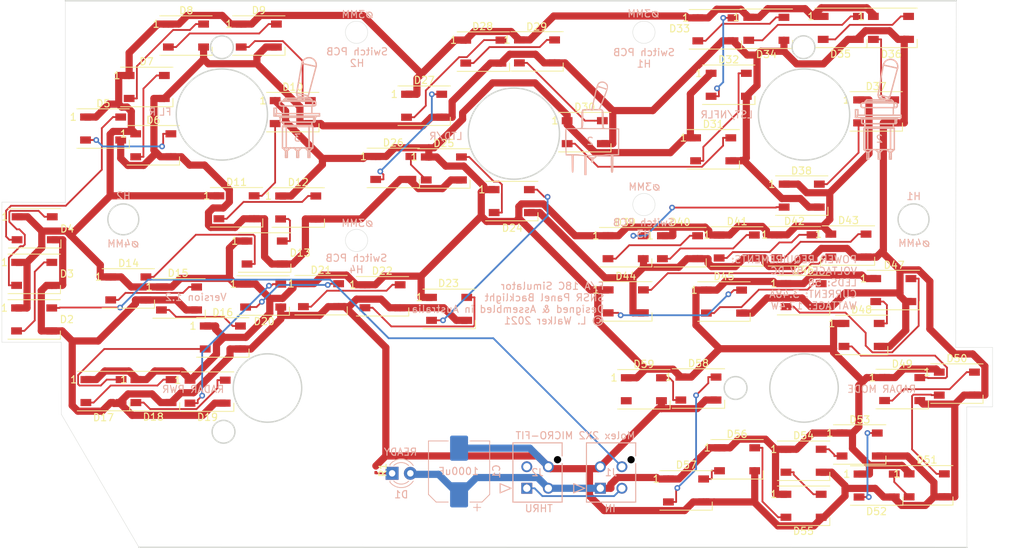
<source format=kicad_pcb>
(kicad_pcb (version 20171130) (host pcbnew "(5.1.6)-1")
  (layers (0 F.Cu signal) (31 B.Cu signal) (34 B.Paste user) (35 F.Paste user) (36 B.SilkS user) (37 F.SilkS user) (38 B.Mask user) (39 F.Mask user) (44 Edge.Cuts user))
  (net 0 "")
  (net 1 /LEDGND)
  (net 2 /LED+5V)
  (net 3 "Net-(D1-Pad1)")
  (net 4 "Net-(D2-Pad2)")
  (net 5 /DATAIN)
  (net 6 "Net-(D3-Pad2)")
  (net 7 "Net-(D4-Pad2)")
  (net 8 "Net-(D5-Pad2)")
  (net 9 "Net-(D6-Pad2)")
  (net 10 "Net-(D7-Pad2)")
  (net 11 "Net-(D8-Pad2)")
  (net 12 "Net-(D10-Pad4)")
  (net 13 "Net-(D10-Pad2)")
  (net 14 "Net-(D11-Pad2)")
  (net 15 "Net-(D12-Pad2)")
  (net 16 "Net-(D14-Pad2)")
  (net 17 "Net-(D15-Pad2)")
  (net 18 "Net-(D16-Pad2)")
  (net 19 "Net-(D17-Pad2)")
  (net 20 "Net-(D18-Pad2)")
  (net 21 "Net-(D19-Pad2)")
  (net 22 "Net-(D20-Pad2)")
  (net 23 "Net-(D21-Pad2)")
  (net 24 "Net-(D22-Pad2)")
  (net 25 "Net-(D23-Pad2)")
  (net 26 "Net-(D24-Pad2)")
  (net 27 "Net-(D26-Pad2)")
  (net 28 "Net-(D27-Pad2)")
  (net 29 "Net-(D28-Pad2)")
  (net 30 "Net-(D29-Pad2)")
  (net 31 "Net-(D30-Pad2)")
  (net 32 "Net-(D31-Pad2)")
  (net 33 "Net-(D32-Pad2)")
  (net 34 "Net-(D33-Pad2)")
  (net 35 "Net-(D34-Pad2)")
  (net 36 "Net-(D35-Pad2)")
  (net 37 "Net-(D36-Pad2)")
  (net 38 /DATAOUT)
  (net 39 /DATALOOP)
  (net 40 "Net-(D38-Pad2)")
  (net 41 "Net-(D39-Pad2)")
  (net 42 "Net-(D40-Pad2)")
  (net 43 "Net-(D41-Pad2)")
  (net 44 "Net-(D42-Pad2)")
  (net 45 "Net-(D43-Pad2)")
  (net 46 "Net-(D44-Pad2)")
  (net 47 "Net-(D45-Pad2)")
  (net 48 "Net-(D46-Pad2)")
  (net 49 "Net-(D47-Pad2)")
  (net 50 "Net-(D48-Pad2)")
  (net 51 "Net-(D50-Pad2)")
  (net 52 "Net-(D51-Pad2)")
  (net 53 "Net-(D52-Pad2)")
  (net 54 "Net-(D53-Pad2)")
  (net 55 "Net-(D54-Pad2)")
  (net 56 "Net-(D55-Pad2)")
  (net 57 "Net-(D56-Pad2)")
  (net 58 "Net-(D57-Pad2)")
  (net 59 "Net-(D58-Pad2)")
  (net 60 "Net-(D59-Pad2)")
  (net 61 "Net-(D13-Pad2)")
  (net 62 "Net-(D25-Pad2)")
  (net 63 "Net-(D37-Pad2)")
  (net 64 "Net-(D49-Pad2)")
  (module "Kicad Footprint Files:100SpxToggle" (layer F.Cu) (at 203.251 66.0654)
    (fp_text reference G3 hide)
    (fp_text value LOGO hide)
  )
  (module "Kicad Footprint Files:631HToggle" (layer B.Cu) (at 162.8394 67.3608 180)
    (fp_text reference G2 hide)
    (fp_text value LOGO hide)
  )
  (module "Kicad Footprint Files:100SpxToggle" (layer F.Cu) (at 122.326 65.8368)
    (fp_text reference G1 hide)
    (fp_text value LOGO hide)
  )
  (module LED_SMD:LED_WS2812B_PLCC4_5.0x5.0mm_P3.2mm (layer F.Cu) (at 169.991 103.733)
    (fp_text reference D59 (at 0 -3.5) (layer F.SilkS))
    (fp_text value WS2812B)
    (fp_text user 1 (at -4.15 -1.6) (layer F.SilkS))
    (pad 1 smd rect (at -2.45 -1.6) (size 1.5 1) (layers F.Cu F.Paste F.Mask) (net 2 /LED+5V))
    (pad 2 smd rect (at -2.45 1.6) (size 1.5 1) (layers F.Cu F.Paste F.Mask) (net 60 "Net-(D59-Pad2)"))
    (pad 4 smd rect (at 2.45 -1.6) (size 1.5 1) (layers F.Cu F.Paste F.Mask) (net 59 "Net-(D58-Pad2)"))
    (pad 3 smd rect (at 2.45 1.6) (size 1.5 1) (layers F.Cu F.Paste F.Mask) (net 1 /LEDGND))
  )
  (module LED_SMD:LED_WS2812B_PLCC4_5.0x5.0mm_P3.2mm (layer F.Cu) (at 177.585 103.632)
    (fp_text reference D58 (at 0 -3.5) (layer F.SilkS))
    (fp_text value WS2812B)
    (fp_text user 1 (at -4.15 -1.6) (layer F.SilkS))
    (pad 1 smd rect (at -2.45 -1.6) (size 1.5 1) (layers F.Cu F.Paste F.Mask) (net 2 /LED+5V))
    (pad 2 smd rect (at -2.45 1.6) (size 1.5 1) (layers F.Cu F.Paste F.Mask) (net 59 "Net-(D58-Pad2)"))
    (pad 4 smd rect (at 2.45 -1.6) (size 1.5 1) (layers F.Cu F.Paste F.Mask) (net 58 "Net-(D57-Pad2)"))
    (pad 3 smd rect (at 2.45 1.6) (size 1.5 1) (layers F.Cu F.Paste F.Mask) (net 1 /LEDGND))
  )
  (module LED_SMD:LED_WS2812B_PLCC4_5.0x5.0mm_P3.2mm (layer F.Cu) (at 175.858 117.83)
    (fp_text reference D57 (at 0.037 -3.5558) (layer F.SilkS))
    (fp_text value WS2812B)
    (fp_text user 1 (at -4.15 -1.6) (layer F.SilkS))
    (pad 1 smd rect (at -2.45 -1.6) (size 1.5 1) (layers F.Cu F.Paste F.Mask) (net 2 /LED+5V))
    (pad 2 smd rect (at -2.45 1.6) (size 1.5 1) (layers F.Cu F.Paste F.Mask) (net 58 "Net-(D57-Pad2)"))
    (pad 4 smd rect (at 2.45 -1.6) (size 1.5 1) (layers F.Cu F.Paste F.Mask) (net 57 "Net-(D56-Pad2)"))
    (pad 3 smd rect (at 2.45 1.6) (size 1.5 1) (layers F.Cu F.Paste F.Mask) (net 1 /LEDGND))
  )
  (module LED_SMD:LED_WS2812B_PLCC4_5.0x5.0mm_P3.2mm (layer F.Cu) (at 182.97 113.487)
    (fp_text reference D56 (at -0.0138 -3.505) (layer F.SilkS))
    (fp_text value WS2812B)
    (fp_text user 1 (at -4.15 -1.6) (layer F.SilkS))
    (pad 1 smd rect (at -2.45 -1.6) (size 1.5 1) (layers F.Cu F.Paste F.Mask) (net 2 /LED+5V))
    (pad 2 smd rect (at -2.45 1.6) (size 1.5 1) (layers F.Cu F.Paste F.Mask) (net 57 "Net-(D56-Pad2)"))
    (pad 4 smd rect (at 2.45 -1.6) (size 1.5 1) (layers F.Cu F.Paste F.Mask) (net 56 "Net-(D55-Pad2)"))
    (pad 3 smd rect (at 2.45 1.6) (size 1.5 1) (layers F.Cu F.Paste F.Mask) (net 1 /LEDGND))
  )
  (module LED_SMD:LED_WS2812B_PLCC4_5.0x5.0mm_P3.2mm (layer F.Cu) (at 192.216 119.964)
    (fp_text reference D55 (at -0.0138 3.5308) (layer F.SilkS))
    (fp_text value WS2812B)
    (fp_text user 1 (at -4.15 -1.6) (layer F.SilkS))
    (pad 1 smd rect (at -2.45 -1.6) (size 1.5 1) (layers F.Cu F.Paste F.Mask) (net 2 /LED+5V))
    (pad 2 smd rect (at -2.45 1.6) (size 1.5 1) (layers F.Cu F.Paste F.Mask) (net 56 "Net-(D55-Pad2)"))
    (pad 4 smd rect (at 2.45 -1.6) (size 1.5 1) (layers F.Cu F.Paste F.Mask) (net 55 "Net-(D54-Pad2)"))
    (pad 3 smd rect (at 2.45 1.6) (size 1.5 1) (layers F.Cu F.Paste F.Mask) (net 1 /LEDGND))
  )
  (module LED_SMD:LED_WS2812B_PLCC4_5.0x5.0mm_P3.2mm (layer F.Cu) (at 192.216 113.69)
    (fp_text reference D54 (at 0 -3.5) (layer F.SilkS))
    (fp_text value WS2812B)
    (fp_text user 1 (at -4.15 -1.6) (layer F.SilkS))
    (pad 1 smd rect (at -2.45 -1.6) (size 1.5 1) (layers F.Cu F.Paste F.Mask) (net 2 /LED+5V))
    (pad 2 smd rect (at -2.45 1.6) (size 1.5 1) (layers F.Cu F.Paste F.Mask) (net 55 "Net-(D54-Pad2)"))
    (pad 4 smd rect (at 2.45 -1.6) (size 1.5 1) (layers F.Cu F.Paste F.Mask) (net 54 "Net-(D53-Pad2)"))
    (pad 3 smd rect (at 2.45 1.6) (size 1.5 1) (layers F.Cu F.Paste F.Mask) (net 1 /LEDGND))
  )
  (module LED_SMD:LED_WS2812B_PLCC4_5.0x5.0mm_P3.2mm (layer F.Cu) (at 200.025 111.43)
    (fp_text reference D53 (at 0.0254 -3.4544) (layer F.SilkS))
    (fp_text value WS2812B)
    (fp_text user 1 (at -4.15 -1.6) (layer F.SilkS))
    (pad 1 smd rect (at -2.45 -1.6) (size 1.5 1) (layers F.Cu F.Paste F.Mask) (net 2 /LED+5V))
    (pad 2 smd rect (at -2.45 1.6) (size 1.5 1) (layers F.Cu F.Paste F.Mask) (net 54 "Net-(D53-Pad2)"))
    (pad 4 smd rect (at 2.45 -1.6) (size 1.5 1) (layers F.Cu F.Paste F.Mask) (net 53 "Net-(D52-Pad2)"))
    (pad 3 smd rect (at 2.45 1.6) (size 1.5 1) (layers F.Cu F.Paste F.Mask) (net 1 /LEDGND))
  )
  (module LED_SMD:LED_WS2812B_PLCC4_5.0x5.0mm_P3.2mm (layer F.Cu) (at 202.387 117.145)
    (fp_text reference D52 (at -0.0254 3.6068) (layer F.SilkS))
    (fp_text value WS2812B)
    (fp_text user 1 (at -4.15 -1.6) (layer F.SilkS))
    (pad 1 smd rect (at -2.45 -1.6) (size 1.5 1) (layers F.Cu F.Paste F.Mask) (net 2 /LED+5V))
    (pad 2 smd rect (at -2.45 1.6) (size 1.5 1) (layers F.Cu F.Paste F.Mask) (net 53 "Net-(D52-Pad2)"))
    (pad 4 smd rect (at 2.45 -1.6) (size 1.5 1) (layers F.Cu F.Paste F.Mask) (net 52 "Net-(D51-Pad2)"))
    (pad 3 smd rect (at 2.45 1.6) (size 1.5 1) (layers F.Cu F.Paste F.Mask) (net 1 /LEDGND))
  )
  (module LED_SMD:LED_WS2812B_PLCC4_5.0x5.0mm_P3.2mm (layer F.Cu) (at 209.361 117.119)
    (fp_text reference D51 (at 0.0254 -3.556) (layer F.SilkS))
    (fp_text value WS2812B)
    (fp_text user 1 (at -4.15 -1.6) (layer F.SilkS))
    (pad 1 smd rect (at -2.45 -1.6) (size 1.5 1) (layers F.Cu F.Paste F.Mask) (net 2 /LED+5V))
    (pad 2 smd rect (at -2.45 1.6) (size 1.5 1) (layers F.Cu F.Paste F.Mask) (net 52 "Net-(D51-Pad2)"))
    (pad 4 smd rect (at 2.45 -1.6) (size 1.5 1) (layers F.Cu F.Paste F.Mask) (net 51 "Net-(D50-Pad2)"))
    (pad 3 smd rect (at 2.45 1.6) (size 1.5 1) (layers F.Cu F.Paste F.Mask) (net 1 /LEDGND))
  )
  (module LED_SMD:LED_WS2812B_PLCC4_5.0x5.0mm_P3.2mm (layer F.Cu) (at 213.552 102.946)
    (fp_text reference D50 (at 0 -3.5) (layer F.SilkS))
    (fp_text value WS2812B)
    (fp_text user 1 (at -4.15 -1.6) (layer F.SilkS))
    (pad 1 smd rect (at -2.45 -1.6) (size 1.5 1) (layers F.Cu F.Paste F.Mask) (net 2 /LED+5V))
    (pad 2 smd rect (at -2.45 1.6) (size 1.5 1) (layers F.Cu F.Paste F.Mask) (net 51 "Net-(D50-Pad2)"))
    (pad 4 smd rect (at 2.45 -1.6) (size 1.5 1) (layers F.Cu F.Paste F.Mask) (net 64 "Net-(D49-Pad2)"))
    (pad 3 smd rect (at 2.45 1.6) (size 1.5 1) (layers F.Cu F.Paste F.Mask) (net 1 /LEDGND))
  )
  (module LED_SMD:LED_WS2812B_PLCC4_5.0x5.0mm_P3.2mm (layer F.Cu) (at 205.943 103.708)
    (fp_text reference D49 (at 0 -3.5) (layer F.SilkS))
    (fp_text value WS2812B)
    (fp_text user 1 (at -4.15 -1.6) (layer F.SilkS))
    (pad 1 smd rect (at -2.45 -1.6) (size 1.5 1) (layers F.Cu F.Paste F.Mask) (net 2 /LED+5V))
    (pad 2 smd rect (at -2.45 1.6) (size 1.5 1) (layers F.Cu F.Paste F.Mask) (net 64 "Net-(D49-Pad2)"))
    (pad 4 smd rect (at 2.45 -1.6) (size 1.5 1) (layers F.Cu F.Paste F.Mask) (net 50 "Net-(D48-Pad2)"))
    (pad 3 smd rect (at 2.45 1.6) (size 1.5 1) (layers F.Cu F.Paste F.Mask) (net 1 /LEDGND))
  )
  (module LED_SMD:LED_WS2812B_PLCC4_5.0x5.0mm_P3.2mm (layer F.Cu) (at 200.293 96.1642)
    (fp_text reference D48 (at 0 -3.5) (layer F.SilkS))
    (fp_text value WS2812B)
    (fp_text user 1 (at -4.15 -1.6) (layer F.SilkS))
    (pad 1 smd rect (at -2.45 -1.6) (size 1.5 1) (layers F.Cu F.Paste F.Mask) (net 2 /LED+5V))
    (pad 2 smd rect (at -2.45 1.6) (size 1.5 1) (layers F.Cu F.Paste F.Mask) (net 50 "Net-(D48-Pad2)"))
    (pad 4 smd rect (at 2.45 -1.6) (size 1.5 1) (layers F.Cu F.Paste F.Mask) (net 49 "Net-(D47-Pad2)"))
    (pad 3 smd rect (at 2.45 1.6) (size 1.5 1) (layers F.Cu F.Paste F.Mask) (net 1 /LEDGND))
  )
  (module LED_SMD:LED_WS2812B_PLCC4_5.0x5.0mm_P3.2mm (layer F.Cu) (at 204.712 89.9158)
    (fp_text reference D47 (at 0.1132 -3.4796) (layer F.SilkS))
    (fp_text value WS2812B)
    (fp_text user 1 (at -4.15 -1.6) (layer F.SilkS))
    (pad 1 smd rect (at -2.45 -1.6) (size 1.5 1) (layers F.Cu F.Paste F.Mask) (net 2 /LED+5V))
    (pad 2 smd rect (at -2.45 1.6) (size 1.5 1) (layers F.Cu F.Paste F.Mask) (net 49 "Net-(D47-Pad2)"))
    (pad 4 smd rect (at 2.45 -1.6) (size 1.5 1) (layers F.Cu F.Paste F.Mask) (net 48 "Net-(D46-Pad2)"))
    (pad 3 smd rect (at 2.45 1.6) (size 1.5 1) (layers F.Cu F.Paste F.Mask) (net 1 /LEDGND))
  )
  (module LED_SMD:LED_WS2812B_PLCC4_5.0x5.0mm_P3.2mm (layer F.Cu) (at 192.216 90.627)
    (fp_text reference D46 (at 0 -3.5) (layer F.SilkS))
    (fp_text value WS2812B)
    (fp_text user 1 (at -4.15 -1.6) (layer F.SilkS))
    (pad 1 smd rect (at -2.45 -1.6) (size 1.5 1) (layers F.Cu F.Paste F.Mask) (net 2 /LED+5V))
    (pad 2 smd rect (at -2.45 1.6) (size 1.5 1) (layers F.Cu F.Paste F.Mask) (net 48 "Net-(D46-Pad2)"))
    (pad 4 smd rect (at 2.45 -1.6) (size 1.5 1) (layers F.Cu F.Paste F.Mask) (net 47 "Net-(D45-Pad2)"))
    (pad 3 smd rect (at 2.45 1.6) (size 1.5 1) (layers F.Cu F.Paste F.Mask) (net 1 /LEDGND))
  )
  (module LED_SMD:LED_WS2812B_PLCC4_5.0x5.0mm_P3.2mm (layer F.Cu) (at 181.141 91.516)
    (fp_text reference D45 (at 0 -3.5) (layer F.SilkS))
    (fp_text value WS2812B)
    (fp_text user 1 (at -4.15 -1.6) (layer F.SilkS))
    (pad 1 smd rect (at -2.45 -1.6) (size 1.5 1) (layers F.Cu F.Paste F.Mask) (net 2 /LED+5V))
    (pad 2 smd rect (at -2.45 1.6) (size 1.5 1) (layers F.Cu F.Paste F.Mask) (net 47 "Net-(D45-Pad2)"))
    (pad 4 smd rect (at 2.45 -1.6) (size 1.5 1) (layers F.Cu F.Paste F.Mask) (net 46 "Net-(D44-Pad2)"))
    (pad 3 smd rect (at 2.45 1.6) (size 1.5 1) (layers F.Cu F.Paste F.Mask) (net 1 /LEDGND))
  )
  (module LED_SMD:LED_WS2812B_PLCC4_5.0x5.0mm_P3.2mm (layer F.Cu) (at 167.476 91.4906)
    (fp_text reference D44 (at 0 -3.5) (layer F.SilkS))
    (fp_text value WS2812B)
    (fp_text user 1 (at -4.15 -1.6) (layer F.SilkS))
    (pad 1 smd rect (at -2.45 -1.6) (size 1.5 1) (layers F.Cu F.Paste F.Mask) (net 2 /LED+5V))
    (pad 2 smd rect (at -2.45 1.6) (size 1.5 1) (layers F.Cu F.Paste F.Mask) (net 46 "Net-(D44-Pad2)"))
    (pad 4 smd rect (at 2.45 -1.6) (size 1.5 1) (layers F.Cu F.Paste F.Mask) (net 45 "Net-(D43-Pad2)"))
    (pad 3 smd rect (at 2.45 1.6) (size 1.5 1) (layers F.Cu F.Paste F.Mask) (net 1 /LEDGND))
  )
  (module LED_SMD:LED_WS2812B_PLCC4_5.0x5.0mm_P3.2mm (layer F.Cu) (at 198.464 83.7182)
    (fp_text reference D43 (at 0 -3.5) (layer F.SilkS))
    (fp_text value WS2812B)
    (fp_text user 1 (at -4.15 -1.6) (layer F.SilkS))
    (pad 1 smd rect (at -2.45 -1.6) (size 1.5 1) (layers F.Cu F.Paste F.Mask) (net 2 /LED+5V))
    (pad 2 smd rect (at -2.45 1.6) (size 1.5 1) (layers F.Cu F.Paste F.Mask) (net 45 "Net-(D43-Pad2)"))
    (pad 4 smd rect (at 2.45 -1.6) (size 1.5 1) (layers F.Cu F.Paste F.Mask) (net 44 "Net-(D42-Pad2)"))
    (pad 3 smd rect (at 2.45 1.6) (size 1.5 1) (layers F.Cu F.Paste F.Mask) (net 1 /LEDGND))
  )
  (module LED_SMD:LED_WS2812B_PLCC4_5.0x5.0mm_P3.2mm (layer F.Cu) (at 190.946 83.8198)
    (fp_text reference D42 (at 0 -3.5) (layer F.SilkS))
    (fp_text value WS2812B)
    (fp_text user 1 (at -4.15 -1.6) (layer F.SilkS))
    (pad 1 smd rect (at -2.45 -1.6) (size 1.5 1) (layers F.Cu F.Paste F.Mask) (net 2 /LED+5V))
    (pad 2 smd rect (at -2.45 1.6) (size 1.5 1) (layers F.Cu F.Paste F.Mask) (net 44 "Net-(D42-Pad2)"))
    (pad 4 smd rect (at 2.45 -1.6) (size 1.5 1) (layers F.Cu F.Paste F.Mask) (net 43 "Net-(D41-Pad2)"))
    (pad 3 smd rect (at 2.45 1.6) (size 1.5 1) (layers F.Cu F.Paste F.Mask) (net 1 /LEDGND))
  )
  (module LED_SMD:LED_WS2812B_PLCC4_5.0x5.0mm_P3.2mm (layer F.Cu) (at 182.919 83.8452)
    (fp_text reference D41 (at 0.0508 -3.4798) (layer F.SilkS))
    (fp_text value WS2812B)
    (fp_text user 1 (at -4.15 -1.6) (layer F.SilkS))
    (pad 1 smd rect (at -2.45 -1.6) (size 1.5 1) (layers F.Cu F.Paste F.Mask) (net 2 /LED+5V))
    (pad 2 smd rect (at -2.45 1.6) (size 1.5 1) (layers F.Cu F.Paste F.Mask) (net 43 "Net-(D41-Pad2)"))
    (pad 4 smd rect (at 2.45 -1.6) (size 1.5 1) (layers F.Cu F.Paste F.Mask) (net 42 "Net-(D40-Pad2)"))
    (pad 3 smd rect (at 2.45 1.6) (size 1.5 1) (layers F.Cu F.Paste F.Mask) (net 1 /LEDGND))
  )
  (module LED_SMD:LED_WS2812B_PLCC4_5.0x5.0mm_P3.2mm (layer F.Cu) (at 175.02 83.9468)
    (fp_text reference D40 (at 0 -3.5) (layer F.SilkS))
    (fp_text value WS2812B)
    (fp_text user 1 (at -4.15 -1.6) (layer F.SilkS))
    (pad 1 smd rect (at -2.45 -1.6) (size 1.5 1) (layers F.Cu F.Paste F.Mask) (net 2 /LED+5V))
    (pad 2 smd rect (at -2.45 1.6) (size 1.5 1) (layers F.Cu F.Paste F.Mask) (net 42 "Net-(D40-Pad2)"))
    (pad 4 smd rect (at 2.45 -1.6) (size 1.5 1) (layers F.Cu F.Paste F.Mask) (net 41 "Net-(D39-Pad2)"))
    (pad 3 smd rect (at 2.45 1.6) (size 1.5 1) (layers F.Cu F.Paste F.Mask) (net 1 /LEDGND))
  )
  (module LED_SMD:LED_WS2812B_PLCC4_5.0x5.0mm_P3.2mm (layer F.Cu) (at 167.451 83.9468)
    (fp_text reference D39 (at -0.0646 -3.4542) (layer F.SilkS))
    (fp_text value WS2812B)
    (fp_text user 1 (at -4.15 -1.6) (layer F.SilkS))
    (pad 1 smd rect (at -2.45 -1.6) (size 1.5 1) (layers F.Cu F.Paste F.Mask) (net 2 /LED+5V))
    (pad 2 smd rect (at -2.45 1.6) (size 1.5 1) (layers F.Cu F.Paste F.Mask) (net 41 "Net-(D39-Pad2)"))
    (pad 4 smd rect (at 2.45 -1.6) (size 1.5 1) (layers F.Cu F.Paste F.Mask) (net 40 "Net-(D38-Pad2)"))
    (pad 3 smd rect (at 2.45 1.6) (size 1.5 1) (layers F.Cu F.Paste F.Mask) (net 1 /LEDGND))
  )
  (module LED_SMD:LED_WS2812B_PLCC4_5.0x5.0mm_P3.2mm (layer F.Cu) (at 191.962 76.7586)
    (fp_text reference D38 (at -0.0392 -3.4542) (layer F.SilkS))
    (fp_text value WS2812B)
    (fp_text user 1 (at -4.15 -1.6) (layer F.SilkS))
    (pad 1 smd rect (at -2.45 -1.6) (size 1.5 1) (layers F.Cu F.Paste F.Mask) (net 2 /LED+5V))
    (pad 2 smd rect (at -2.45 1.6) (size 1.5 1) (layers F.Cu F.Paste F.Mask) (net 40 "Net-(D38-Pad2)"))
    (pad 4 smd rect (at 2.45 -1.6) (size 1.5 1) (layers F.Cu F.Paste F.Mask) (net 63 "Net-(D37-Pad2)"))
    (pad 3 smd rect (at 2.45 1.6) (size 1.5 1) (layers F.Cu F.Paste F.Mask) (net 1 /LEDGND))
  )
  (module Resistor_SMD:R_0201_0603Metric (layer F.Cu) (at 132.69 115.021 90)
    (fp_text reference R1 (at 0.0356 0.965 90) (layer F.SilkS))
    (fp_text value R)
    (pad 2 smd roundrect (at 0.32 0 90) (size 0.46 0.4) (layers F.Cu F.Mask) (net 1 /LEDGND))
    (pad 1 smd roundrect (at -0.32 0 90) (size 0.46 0.4) (layers F.Cu F.Mask) (net 3 "Net-(D1-Pad1)"))
  )
  (module footprints:Molex_MicroFit_2X2 (layer B.Cu) (at 153.695 117.526 180)
    (fp_text reference J2 (at -1.495006 2.199999) (layer B.SilkS) (effects (justify mirror)))
    (fp_text value Conn_01x04_Female hide)
    (fp_text user * (at 0 0) (layer B.SilkS) (effects (justify mirror)))
    (pad 5 np_thru_hole circle (at -4.279999 3.98 180) (size 1.02 1.02) (drill 1.016) (layers))
    (pad 4 thru_hole circle (at -2.999999 2.999999 180) (size 1.52 1.52) (drill 1.016) (layers *.Cu *.Mask) (net 1 /LEDGND))
    (pad 3 thru_hole circle (at 0 2.999999 90) (size 1.52 1.52) (drill 1.016) (layers *.Cu *.Mask) (net 38 /DATAOUT))
    (pad 2 thru_hole circle (at -2.999999 0 180) (size 1.52 1.52) (drill 1.016) (layers *.Cu *.Mask) (net 2 /LED+5V))
    (pad 1 thru_hole rect (at 0 0 90) (size 1.52 1.52) (drill 1.016) (layers *.Cu *.Mask) (net 39 /DATALOOP))
  )
  (module footprints:Molex_MicroFit_2X2 (layer B.Cu) (at 163.932 117.526 180)
    (fp_text reference J1 (at -1.495006 2.199999 180) (layer B.SilkS) (effects (justify mirror)))
    (fp_text value Conn_01x04_Female hide)
    (fp_text user * (at 0 0 180) (layer B.SilkS) (effects (justify mirror)))
    (pad 5 np_thru_hole circle (at -4.279999 3.98 180) (size 1.02 1.02) (drill 1.016) (layers))
    (pad 4 thru_hole circle (at -2.999999 2.999999 180) (size 1.52 1.52) (drill 1.016) (layers *.Cu *.Mask) (net 5 /DATAIN))
    (pad 3 thru_hole circle (at 0 2.999999 90) (size 1.52 1.52) (drill 1.016) (layers *.Cu *.Mask) (net 1 /LEDGND))
    (pad 2 thru_hole circle (at -2.999999 0 180) (size 1.52 1.52) (drill 1.016) (layers *.Cu *.Mask) (net 39 /DATALOOP))
    (pad 1 thru_hole rect (at 0 0 90) (size 1.52 1.52) (drill 1.016) (layers *.Cu *.Mask) (net 2 /LED+5V))
  )
  (module LED_SMD:LED_WS2812B_PLCC4_5.0x5.0mm_P3.2mm (layer F.Cu) (at 202.325 65.0238)
    (fp_text reference D37 (at -0.0138 -3.4796) (layer F.SilkS))
    (fp_text value WS2812B)
    (fp_text user 1 (at -4.15 -1.6) (layer F.SilkS))
    (pad 1 smd rect (at -2.45 -1.6) (size 1.5 1) (layers F.Cu F.Paste F.Mask) (net 2 /LED+5V))
    (pad 2 smd rect (at -2.45 1.6) (size 1.5 1) (layers F.Cu F.Paste F.Mask) (net 63 "Net-(D37-Pad2)"))
    (pad 4 smd rect (at 2.45 -1.6) (size 1.5 1) (layers F.Cu F.Paste F.Mask) (net 37 "Net-(D36-Pad2)"))
    (pad 3 smd rect (at 2.45 1.6) (size 1.5 1) (layers F.Cu F.Paste F.Mask) (net 1 /LEDGND))
  )
  (module LED_SMD:LED_WS2812B_PLCC4_5.0x5.0mm_P3.2mm (layer F.Cu) (at 204.382 53.3906)
    (fp_text reference D36 (at 0.037 3.6578) (layer F.SilkS))
    (fp_text value WS2812B)
    (fp_text user 1 (at -4.15 -1.6) (layer F.SilkS))
    (pad 1 smd rect (at -2.45 -1.6) (size 1.5 1) (layers F.Cu F.Paste F.Mask) (net 2 /LED+5V))
    (pad 2 smd rect (at -2.45 1.6) (size 1.5 1) (layers F.Cu F.Paste F.Mask) (net 37 "Net-(D36-Pad2)"))
    (pad 4 smd rect (at 2.45 -1.6) (size 1.5 1) (layers F.Cu F.Paste F.Mask) (net 36 "Net-(D35-Pad2)"))
    (pad 3 smd rect (at 2.45 1.6) (size 1.5 1) (layers F.Cu F.Paste F.Mask) (net 1 /LEDGND))
  )
  (module LED_SMD:LED_WS2812B_PLCC4_5.0x5.0mm_P3.2mm (layer F.Cu) (at 197.397 53.391)
    (fp_text reference D35 (at -0.0392 3.632) (layer F.SilkS))
    (fp_text value WS2812B)
    (fp_text user 1 (at -4.15 -1.6) (layer F.SilkS))
    (pad 1 smd rect (at -2.45 -1.6) (size 1.5 1) (layers F.Cu F.Paste F.Mask) (net 2 /LED+5V))
    (pad 2 smd rect (at -2.45 1.6) (size 1.5 1) (layers F.Cu F.Paste F.Mask) (net 36 "Net-(D35-Pad2)"))
    (pad 4 smd rect (at 2.45 -1.6) (size 1.5 1) (layers F.Cu F.Paste F.Mask) (net 35 "Net-(D34-Pad2)"))
    (pad 3 smd rect (at 2.45 1.6) (size 1.5 1) (layers F.Cu F.Paste F.Mask) (net 1 /LEDGND))
  )
  (module LED_SMD:LED_WS2812B_PLCC4_5.0x5.0mm_P3.2mm (layer F.Cu) (at 187.034 53.518)
    (fp_text reference D34 (at 0.0116 3.5558) (layer F.SilkS))
    (fp_text value WS2812B)
    (fp_text user 1 (at -4.15 -1.6) (layer F.SilkS))
    (pad 1 smd rect (at -2.45 -1.6) (size 1.5 1) (layers F.Cu F.Paste F.Mask) (net 2 /LED+5V))
    (pad 2 smd rect (at -2.45 1.6) (size 1.5 1) (layers F.Cu F.Paste F.Mask) (net 35 "Net-(D34-Pad2)"))
    (pad 4 smd rect (at 2.45 -1.6) (size 1.5 1) (layers F.Cu F.Paste F.Mask) (net 34 "Net-(D33-Pad2)"))
    (pad 3 smd rect (at 2.45 1.6) (size 1.5 1) (layers F.Cu F.Paste F.Mask) (net 1 /LEDGND))
  )
  (module LED_SMD:LED_WS2812B_PLCC4_5.0x5.0mm_P3.2mm (layer F.Cu) (at 179.947 53.5942)
    (fp_text reference D33 (at -4.9922 -0.1018) (layer F.SilkS))
    (fp_text value WS2812B)
    (fp_text user 1 (at -4.15 -1.6) (layer F.SilkS))
    (pad 1 smd rect (at -2.45 -1.6) (size 1.5 1) (layers F.Cu F.Paste F.Mask) (net 2 /LED+5V))
    (pad 2 smd rect (at -2.45 1.6) (size 1.5 1) (layers F.Cu F.Paste F.Mask) (net 34 "Net-(D33-Pad2)"))
    (pad 4 smd rect (at 2.45 -1.6) (size 1.5 1) (layers F.Cu F.Paste F.Mask) (net 33 "Net-(D32-Pad2)"))
    (pad 3 smd rect (at 2.45 1.6) (size 1.5 1) (layers F.Cu F.Paste F.Mask) (net 1 /LEDGND))
  )
  (module LED_SMD:LED_WS2812B_PLCC4_5.0x5.0mm_P3.2mm (layer F.Cu) (at 181.799 61.3158)
    (fp_text reference D32 (at 0 -3.5) (layer F.SilkS))
    (fp_text value WS2812B)
    (fp_text user 1 (at -4.15 -1.6) (layer F.SilkS))
    (pad 1 smd rect (at -2.45 -1.6) (size 1.5 1) (layers F.Cu F.Paste F.Mask) (net 2 /LED+5V))
    (pad 2 smd rect (at -2.45 1.6) (size 1.5 1) (layers F.Cu F.Paste F.Mask) (net 33 "Net-(D32-Pad2)"))
    (pad 4 smd rect (at 2.45 -1.6) (size 1.5 1) (layers F.Cu F.Paste F.Mask) (net 32 "Net-(D31-Pad2)"))
    (pad 3 smd rect (at 2.45 1.6) (size 1.5 1) (layers F.Cu F.Paste F.Mask) (net 1 /LEDGND))
  )
  (module LED_SMD:LED_WS2812B_PLCC4_5.0x5.0mm_P3.2mm (layer F.Cu) (at 179.64 70.3074)
    (fp_text reference D31 (at 0 -3.5) (layer F.SilkS))
    (fp_text value WS2812B)
    (fp_text user 1 (at -4.15 -1.6) (layer F.SilkS))
    (pad 1 smd rect (at -2.45 -1.6) (size 1.5 1) (layers F.Cu F.Paste F.Mask) (net 2 /LED+5V))
    (pad 2 smd rect (at -2.45 1.6) (size 1.5 1) (layers F.Cu F.Paste F.Mask) (net 32 "Net-(D31-Pad2)"))
    (pad 4 smd rect (at 2.45 -1.6) (size 1.5 1) (layers F.Cu F.Paste F.Mask) (net 31 "Net-(D30-Pad2)"))
    (pad 3 smd rect (at 2.45 1.6) (size 1.5 1) (layers F.Cu F.Paste F.Mask) (net 1 /LEDGND))
  )
  (module LED_SMD:LED_WS2812B_PLCC4_5.0x5.0mm_P3.2mm (layer F.Cu) (at 161.761 67.9194)
    (fp_text reference D30 (at 0 -3.5) (layer F.SilkS))
    (fp_text value WS2812B)
    (fp_text user 1 (at -4.15 -1.6) (layer F.SilkS))
    (pad 1 smd rect (at -2.45 -1.6) (size 1.5 1) (layers F.Cu F.Paste F.Mask) (net 2 /LED+5V))
    (pad 2 smd rect (at -2.45 1.6) (size 1.5 1) (layers F.Cu F.Paste F.Mask) (net 31 "Net-(D30-Pad2)"))
    (pad 4 smd rect (at 2.45 -1.6) (size 1.5 1) (layers F.Cu F.Paste F.Mask) (net 30 "Net-(D29-Pad2)"))
    (pad 3 smd rect (at 2.45 1.6) (size 1.5 1) (layers F.Cu F.Paste F.Mask) (net 1 /LEDGND))
  )
  (module LED_SMD:LED_WS2812B_PLCC4_5.0x5.0mm_P3.2mm (layer F.Cu) (at 155.118 56.6674)
    (fp_text reference D29 (at -0.0508 -3.429) (layer F.SilkS))
    (fp_text value WS2812B)
    (fp_text user 1 (at -4.15 -1.6) (layer F.SilkS))
    (pad 1 smd rect (at -2.45 -1.6) (size 1.5 1) (layers F.Cu F.Paste F.Mask) (net 2 /LED+5V))
    (pad 2 smd rect (at -2.45 1.6) (size 1.5 1) (layers F.Cu F.Paste F.Mask) (net 30 "Net-(D29-Pad2)"))
    (pad 4 smd rect (at 2.45 -1.6) (size 1.5 1) (layers F.Cu F.Paste F.Mask) (net 29 "Net-(D28-Pad2)"))
    (pad 3 smd rect (at 2.45 1.6) (size 1.5 1) (layers F.Cu F.Paste F.Mask) (net 1 /LEDGND))
  )
  (module LED_SMD:LED_WS2812B_PLCC4_5.0x5.0mm_P3.2mm (layer F.Cu) (at 147.65 56.6928)
    (fp_text reference D28 (at -0.1016 -3.5052) (layer F.SilkS))
    (fp_text value WS2812B)
    (fp_text user 1 (at -4.15 -1.6) (layer F.SilkS))
    (pad 1 smd rect (at -2.45 -1.6) (size 1.5 1) (layers F.Cu F.Paste F.Mask) (net 2 /LED+5V))
    (pad 2 smd rect (at -2.45 1.6) (size 1.5 1) (layers F.Cu F.Paste F.Mask) (net 29 "Net-(D28-Pad2)"))
    (pad 4 smd rect (at 2.45 -1.6) (size 1.5 1) (layers F.Cu F.Paste F.Mask) (net 28 "Net-(D27-Pad2)"))
    (pad 3 smd rect (at 2.45 1.6) (size 1.5 1) (layers F.Cu F.Paste F.Mask) (net 1 /LEDGND))
  )
  (module LED_SMD:LED_WS2812B_PLCC4_5.0x5.0mm_P3.2mm (layer F.Cu) (at 139.407 64.2364)
    (fp_text reference D27 (at 0.0254 -3.556) (layer F.SilkS))
    (fp_text value WS2812B)
    (fp_text user 1 (at -4.15 -1.6) (layer F.SilkS))
    (pad 1 smd rect (at -2.45 -1.6) (size 1.5 1) (layers F.Cu F.Paste F.Mask) (net 2 /LED+5V))
    (pad 2 smd rect (at -2.45 1.6) (size 1.5 1) (layers F.Cu F.Paste F.Mask) (net 28 "Net-(D27-Pad2)"))
    (pad 4 smd rect (at 2.45 -1.6) (size 1.5 1) (layers F.Cu F.Paste F.Mask) (net 27 "Net-(D26-Pad2)"))
    (pad 3 smd rect (at 2.45 1.6) (size 1.5 1) (layers F.Cu F.Paste F.Mask) (net 1 /LEDGND))
  )
  (module LED_SMD:LED_WS2812B_PLCC4_5.0x5.0mm_P3.2mm (layer F.Cu) (at 135.116 72.8978)
    (fp_text reference D26 (at 0 -3.5) (layer F.SilkS))
    (fp_text value WS2812B)
    (fp_text user 1 (at -4.15 -1.6) (layer F.SilkS))
    (pad 1 smd rect (at -2.45 -1.6) (size 1.5 1) (layers F.Cu F.Paste F.Mask) (net 2 /LED+5V))
    (pad 2 smd rect (at -2.45 1.6) (size 1.5 1) (layers F.Cu F.Paste F.Mask) (net 27 "Net-(D26-Pad2)"))
    (pad 4 smd rect (at 2.45 -1.6) (size 1.5 1) (layers F.Cu F.Paste F.Mask) (net 62 "Net-(D25-Pad2)"))
    (pad 3 smd rect (at 2.45 1.6) (size 1.5 1) (layers F.Cu F.Paste F.Mask) (net 1 /LEDGND))
  )
  (module LED_SMD:LED_WS2812B_PLCC4_5.0x5.0mm_P3.2mm (layer F.Cu) (at 142.152 72.974)
    (fp_text reference D25 (at 0 -3.5) (layer F.SilkS))
    (fp_text value WS2812B)
    (fp_text user 1 (at -4.15 -1.6) (layer F.SilkS))
    (pad 1 smd rect (at -2.45 -1.6) (size 1.5 1) (layers F.Cu F.Paste F.Mask) (net 2 /LED+5V))
    (pad 2 smd rect (at -2.45 1.6) (size 1.5 1) (layers F.Cu F.Paste F.Mask) (net 62 "Net-(D25-Pad2)"))
    (pad 4 smd rect (at 2.45 -1.6) (size 1.5 1) (layers F.Cu F.Paste F.Mask) (net 26 "Net-(D24-Pad2)"))
    (pad 3 smd rect (at 2.45 1.6) (size 1.5 1) (layers F.Cu F.Paste F.Mask) (net 1 /LEDGND))
  )
  (module LED_SMD:LED_WS2812B_PLCC4_5.0x5.0mm_P3.2mm (layer F.Cu) (at 151.601 77.5206)
    (fp_text reference D24 (at 0.0878 3.7594) (layer F.SilkS))
    (fp_text value WS2812B)
    (fp_text user 1 (at -4.15 -1.6) (layer F.SilkS))
    (pad 1 smd rect (at -2.45 -1.6) (size 1.5 1) (layers F.Cu F.Paste F.Mask) (net 2 /LED+5V))
    (pad 2 smd rect (at -2.45 1.6) (size 1.5 1) (layers F.Cu F.Paste F.Mask) (net 26 "Net-(D24-Pad2)"))
    (pad 4 smd rect (at 2.45 -1.6) (size 1.5 1) (layers F.Cu F.Paste F.Mask) (net 25 "Net-(D23-Pad2)"))
    (pad 3 smd rect (at 2.45 1.6) (size 1.5 1) (layers F.Cu F.Paste F.Mask) (net 1 /LEDGND))
  )
  (module LED_SMD:LED_WS2812B_PLCC4_5.0x5.0mm_P3.2mm (layer F.Cu) (at 142.889 92.532)
    (fp_text reference D23 (at -0.09 -3.5558) (layer F.SilkS))
    (fp_text value WS2812B)
    (fp_text user 1 (at -4.15 -1.6) (layer F.SilkS))
    (pad 1 smd rect (at -2.45 -1.6) (size 1.5 1) (layers F.Cu F.Paste F.Mask) (net 2 /LED+5V))
    (pad 2 smd rect (at -2.45 1.6) (size 1.5 1) (layers F.Cu F.Paste F.Mask) (net 25 "Net-(D23-Pad2)"))
    (pad 4 smd rect (at 2.45 -1.6) (size 1.5 1) (layers F.Cu F.Paste F.Mask) (net 24 "Net-(D22-Pad2)"))
    (pad 3 smd rect (at 2.45 1.6) (size 1.5 1) (layers F.Cu F.Paste F.Mask) (net 1 /LEDGND))
  )
  (module LED_SMD:LED_WS2812B_PLCC4_5.0x5.0mm_P3.2mm (layer F.Cu) (at 133.618 90.7794)
    (fp_text reference D22 (at -0.0392 -3.5304) (layer F.SilkS))
    (fp_text value WS2812B)
    (fp_text user 1 (at -4.15 -1.6) (layer F.SilkS))
    (pad 1 smd rect (at -2.45 -1.6) (size 1.5 1) (layers F.Cu F.Paste F.Mask) (net 2 /LED+5V))
    (pad 2 smd rect (at -2.45 1.6) (size 1.5 1) (layers F.Cu F.Paste F.Mask) (net 24 "Net-(D22-Pad2)"))
    (pad 4 smd rect (at 2.45 -1.6) (size 1.5 1) (layers F.Cu F.Paste F.Mask) (net 23 "Net-(D21-Pad2)"))
    (pad 3 smd rect (at 2.45 1.6) (size 1.5 1) (layers F.Cu F.Paste F.Mask) (net 1 /LEDGND))
  )
  (module LED_SMD:LED_WS2812B_PLCC4_5.0x5.0mm_P3.2mm (layer F.Cu) (at 125.058 90.627)
    (fp_text reference D21 (at 0 -3.5) (layer F.SilkS))
    (fp_text value WS2812B)
    (fp_text user 1 (at -4.15 -1.6) (layer F.SilkS))
    (pad 1 smd rect (at -2.45 -1.6) (size 1.5 1) (layers F.Cu F.Paste F.Mask) (net 2 /LED+5V))
    (pad 2 smd rect (at -2.45 1.6) (size 1.5 1) (layers F.Cu F.Paste F.Mask) (net 23 "Net-(D21-Pad2)"))
    (pad 4 smd rect (at 2.45 -1.6) (size 1.5 1) (layers F.Cu F.Paste F.Mask) (net 22 "Net-(D20-Pad2)"))
    (pad 3 smd rect (at 2.45 1.6) (size 1.5 1) (layers F.Cu F.Paste F.Mask) (net 1 /LEDGND))
  )
  (module LED_SMD:LED_WS2812B_PLCC4_5.0x5.0mm_P3.2mm (layer F.Cu) (at 117.006 90.6778)
    (fp_text reference D20 (at 0.1386 3.607) (layer F.SilkS))
    (fp_text value WS2812B)
    (fp_text user 1 (at -4.15 -1.6) (layer F.SilkS))
    (pad 1 smd rect (at -2.45 -1.6) (size 1.5 1) (layers F.Cu F.Paste F.Mask) (net 2 /LED+5V))
    (pad 2 smd rect (at -2.45 1.6) (size 1.5 1) (layers F.Cu F.Paste F.Mask) (net 22 "Net-(D20-Pad2)"))
    (pad 4 smd rect (at 2.45 -1.6) (size 1.5 1) (layers F.Cu F.Paste F.Mask) (net 21 "Net-(D19-Pad2)"))
    (pad 3 smd rect (at 2.45 1.6) (size 1.5 1) (layers F.Cu F.Paste F.Mask) (net 1 /LEDGND))
  )
  (module LED_SMD:LED_WS2812B_PLCC4_5.0x5.0mm_P3.2mm (layer F.Cu) (at 109.271 104.064)
    (fp_text reference D19 (at -0.0138 3.5558) (layer F.SilkS))
    (fp_text value WS2812B)
    (fp_text user 1 (at -4.15 -1.6) (layer F.SilkS))
    (pad 1 smd rect (at -2.45 -1.6) (size 1.5 1) (layers F.Cu F.Paste F.Mask) (net 2 /LED+5V))
    (pad 2 smd rect (at -2.45 1.6) (size 1.5 1) (layers F.Cu F.Paste F.Mask) (net 21 "Net-(D19-Pad2)"))
    (pad 4 smd rect (at 2.45 -1.6) (size 1.5 1) (layers F.Cu F.Paste F.Mask) (net 20 "Net-(D18-Pad2)"))
    (pad 3 smd rect (at 2.45 1.6) (size 1.5 1) (layers F.Cu F.Paste F.Mask) (net 1 /LEDGND))
  )
  (module LED_SMD:LED_WS2812B_PLCC4_5.0x5.0mm_P3.2mm (layer F.Cu) (at 101.741 103.987)
    (fp_text reference D18 (at -0.0254 3.6068) (layer F.SilkS))
    (fp_text value WS2812B)
    (fp_text user 1 (at -4.15 -1.6) (layer F.SilkS))
    (pad 1 smd rect (at -2.45 -1.6) (size 1.5 1) (layers F.Cu F.Paste F.Mask) (net 2 /LED+5V))
    (pad 2 smd rect (at -2.45 1.6) (size 1.5 1) (layers F.Cu F.Paste F.Mask) (net 20 "Net-(D18-Pad2)"))
    (pad 4 smd rect (at 2.45 -1.6) (size 1.5 1) (layers F.Cu F.Paste F.Mask) (net 19 "Net-(D17-Pad2)"))
    (pad 3 smd rect (at 2.45 1.6) (size 1.5 1) (layers F.Cu F.Paste F.Mask) (net 1 /LEDGND))
  )
  (module LED_SMD:LED_WS2812B_PLCC4_5.0x5.0mm_P3.2mm (layer F.Cu) (at 94.7812 103.987)
    (fp_text reference D17 (at 0 3.683) (layer F.SilkS))
    (fp_text value WS2812B)
    (fp_text user 1 (at -4.15 -1.6) (layer F.SilkS))
    (pad 1 smd rect (at -2.45 -1.6) (size 1.5 1) (layers F.Cu F.Paste F.Mask) (net 2 /LED+5V))
    (pad 2 smd rect (at -2.45 1.6) (size 1.5 1) (layers F.Cu F.Paste F.Mask) (net 19 "Net-(D17-Pad2)"))
    (pad 4 smd rect (at 2.45 -1.6) (size 1.5 1) (layers F.Cu F.Paste F.Mask) (net 18 "Net-(D16-Pad2)"))
    (pad 3 smd rect (at 2.45 1.6) (size 1.5 1) (layers F.Cu F.Paste F.Mask) (net 1 /LEDGND))
  )
  (module LED_SMD:LED_WS2812B_PLCC4_5.0x5.0mm_P3.2mm (layer F.Cu) (at 111.391 96.5202)
    (fp_text reference D16 (at -0.0116 -3.48) (layer F.SilkS))
    (fp_text value WS2812B)
    (fp_text user 1 (at -4.15 -1.6) (layer F.SilkS))
    (pad 1 smd rect (at -2.45 -1.6) (size 1.5 1) (layers F.Cu F.Paste F.Mask) (net 2 /LED+5V))
    (pad 2 smd rect (at -2.45 1.6) (size 1.5 1) (layers F.Cu F.Paste F.Mask) (net 18 "Net-(D16-Pad2)"))
    (pad 4 smd rect (at 2.45 -1.6) (size 1.5 1) (layers F.Cu F.Paste F.Mask) (net 17 "Net-(D15-Pad2)"))
    (pad 3 smd rect (at 2.45 1.6) (size 1.5 1) (layers F.Cu F.Paste F.Mask) (net 1 /LEDGND))
  )
  (module LED_SMD:LED_WS2812B_PLCC4_5.0x5.0mm_P3.2mm (layer F.Cu) (at 105.295 91.0842)
    (fp_text reference D15 (at -0.1386 -3.5304) (layer F.SilkS))
    (fp_text value WS2812B)
    (fp_text user 1 (at -4.15 -1.6) (layer F.SilkS))
    (pad 1 smd rect (at -2.45 -1.6) (size 1.5 1) (layers F.Cu F.Paste F.Mask) (net 2 /LED+5V))
    (pad 2 smd rect (at -2.45 1.6) (size 1.5 1) (layers F.Cu F.Paste F.Mask) (net 17 "Net-(D15-Pad2)"))
    (pad 4 smd rect (at 2.45 -1.6) (size 1.5 1) (layers F.Cu F.Paste F.Mask) (net 16 "Net-(D14-Pad2)"))
    (pad 3 smd rect (at 2.45 1.6) (size 1.5 1) (layers F.Cu F.Paste F.Mask) (net 1 /LEDGND))
  )
  (module LED_SMD:LED_WS2812B_PLCC4_5.0x5.0mm_P3.2mm (layer F.Cu) (at 98.2356 89.6876)
    (fp_text reference D14 (at 0.037 -3.5054) (layer F.SilkS))
    (fp_text value WS2812B)
    (fp_text user 1 (at -4.15 -1.6) (layer F.SilkS))
    (pad 1 smd rect (at -2.45 -1.6) (size 1.5 1) (layers F.Cu F.Paste F.Mask) (net 2 /LED+5V))
    (pad 2 smd rect (at -2.45 1.6) (size 1.5 1) (layers F.Cu F.Paste F.Mask) (net 16 "Net-(D14-Pad2)"))
    (pad 4 smd rect (at 2.45 -1.6) (size 1.5 1) (layers F.Cu F.Paste F.Mask) (net 61 "Net-(D13-Pad2)"))
    (pad 3 smd rect (at 2.45 1.6) (size 1.5 1) (layers F.Cu F.Paste F.Mask) (net 1 /LEDGND))
  )
  (module LED_SMD:LED_WS2812B_PLCC4_5.0x5.0mm_P3.2mm (layer F.Cu) (at 117.209 84.6838)
    (fp_text reference D13 (at 4.9392 0.0506) (layer F.SilkS))
    (fp_text value WS2812B)
    (fp_text user 1 (at -4.15 -1.6) (layer F.SilkS))
    (pad 1 smd rect (at -2.45 -1.6) (size 1.5 1) (layers F.Cu F.Paste F.Mask) (net 2 /LED+5V))
    (pad 2 smd rect (at -2.45 1.6) (size 1.5 1) (layers F.Cu F.Paste F.Mask) (net 61 "Net-(D13-Pad2)"))
    (pad 4 smd rect (at 2.45 -1.6) (size 1.5 1) (layers F.Cu F.Paste F.Mask) (net 15 "Net-(D12-Pad2)"))
    (pad 3 smd rect (at 2.45 1.6) (size 1.5 1) (layers F.Cu F.Paste F.Mask) (net 1 /LEDGND))
  )
  (module LED_SMD:LED_WS2812B_PLCC4_5.0x5.0mm_P3.2mm (layer F.Cu) (at 121.883 78.4096)
    (fp_text reference D12 (at 0 -3.5) (layer F.SilkS))
    (fp_text value WS2812B)
    (fp_text user 1 (at -4.15 -1.6) (layer F.SilkS))
    (pad 1 smd rect (at -2.45 -1.6) (size 1.5 1) (layers F.Cu F.Paste F.Mask) (net 2 /LED+5V))
    (pad 2 smd rect (at -2.45 1.6) (size 1.5 1) (layers F.Cu F.Paste F.Mask) (net 15 "Net-(D12-Pad2)"))
    (pad 4 smd rect (at 2.45 -1.6) (size 1.5 1) (layers F.Cu F.Paste F.Mask) (net 14 "Net-(D11-Pad2)"))
    (pad 3 smd rect (at 2.45 1.6) (size 1.5 1) (layers F.Cu F.Paste F.Mask) (net 1 /LEDGND))
  )
  (module LED_SMD:LED_WS2812B_PLCC4_5.0x5.0mm_P3.2mm (layer F.Cu) (at 113.298 78.3842)
    (fp_text reference D11 (at 0 -3.5) (layer F.SilkS))
    (fp_text value WS2812B)
    (fp_text user 1 (at -4.15 -1.6) (layer F.SilkS))
    (pad 1 smd rect (at -2.45 -1.6) (size 1.5 1) (layers F.Cu F.Paste F.Mask) (net 2 /LED+5V))
    (pad 2 smd rect (at -2.45 1.6) (size 1.5 1) (layers F.Cu F.Paste F.Mask) (net 14 "Net-(D11-Pad2)"))
    (pad 4 smd rect (at 2.45 -1.6) (size 1.5 1) (layers F.Cu F.Paste F.Mask) (net 13 "Net-(D10-Pad2)"))
    (pad 3 smd rect (at 2.45 1.6) (size 1.5 1) (layers F.Cu F.Paste F.Mask) (net 1 /LEDGND))
  )
  (module LED_SMD:LED_WS2812B_PLCC4_5.0x5.0mm_P3.2mm (layer F.Cu) (at 121.121 65.1254)
    (fp_text reference D10 (at 0 -3.5) (layer F.SilkS))
    (fp_text value WS2812B)
    (fp_text user 1 (at -4.15 -1.6) (layer F.SilkS))
    (pad 1 smd rect (at -2.45 -1.6) (size 1.5 1) (layers F.Cu F.Paste F.Mask) (net 2 /LED+5V))
    (pad 2 smd rect (at -2.45 1.6) (size 1.5 1) (layers F.Cu F.Paste F.Mask) (net 13 "Net-(D10-Pad2)"))
    (pad 4 smd rect (at 2.45 -1.6) (size 1.5 1) (layers F.Cu F.Paste F.Mask) (net 12 "Net-(D10-Pad4)"))
    (pad 3 smd rect (at 2.45 1.6) (size 1.5 1) (layers F.Cu F.Paste F.Mask) (net 1 /LEDGND))
  )
  (module LED_SMD:LED_WS2812B_PLCC4_5.0x5.0mm_P3.2mm (layer F.Cu) (at 116.397 54.4574)
    (fp_text reference D9 (at 0 -3.5) (layer F.SilkS))
    (fp_text value WS2812B)
    (fp_text user 1 (at -4.15 -1.6) (layer F.SilkS))
    (pad 1 smd rect (at -2.45 -1.6) (size 1.5 1) (layers F.Cu F.Paste F.Mask) (net 2 /LED+5V))
    (pad 2 smd rect (at -2.45 1.6) (size 1.5 1) (layers F.Cu F.Paste F.Mask) (net 12 "Net-(D10-Pad4)"))
    (pad 4 smd rect (at 2.45 -1.6) (size 1.5 1) (layers F.Cu F.Paste F.Mask) (net 11 "Net-(D8-Pad2)"))
    (pad 3 smd rect (at 2.45 1.6) (size 1.5 1) (layers F.Cu F.Paste F.Mask) (net 1 /LEDGND))
  )
  (module LED_SMD:LED_WS2812B_PLCC4_5.0x5.0mm_P3.2mm (layer F.Cu) (at 106.262 54.4578)
    (fp_text reference D8 (at 0.037 -3.48) (layer F.SilkS))
    (fp_text value WS2812B)
    (fp_text user 1 (at -4.15 -1.6) (layer F.SilkS))
    (pad 1 smd rect (at -2.45 -1.6) (size 1.5 1) (layers F.Cu F.Paste F.Mask) (net 2 /LED+5V))
    (pad 2 smd rect (at -2.45 1.6) (size 1.5 1) (layers F.Cu F.Paste F.Mask) (net 11 "Net-(D8-Pad2)"))
    (pad 4 smd rect (at 2.45 -1.6) (size 1.5 1) (layers F.Cu F.Paste F.Mask) (net 10 "Net-(D7-Pad2)"))
    (pad 3 smd rect (at 2.45 1.6) (size 1.5 1) (layers F.Cu F.Paste F.Mask) (net 1 /LEDGND))
  )
  (module LED_SMD:LED_WS2812B_PLCC4_5.0x5.0mm_P3.2mm (layer F.Cu) (at 100.801 61.6202)
    (fp_text reference D7 (at -0.0254 -3.5306) (layer F.SilkS))
    (fp_text value WS2812B)
    (fp_text user 1 (at -4.15 -1.6) (layer F.SilkS))
    (pad 1 smd rect (at -2.45 -1.6) (size 1.5 1) (layers F.Cu F.Paste F.Mask) (net 2 /LED+5V))
    (pad 2 smd rect (at -2.45 1.6) (size 1.5 1) (layers F.Cu F.Paste F.Mask) (net 10 "Net-(D7-Pad2)"))
    (pad 4 smd rect (at 2.45 -1.6) (size 1.5 1) (layers F.Cu F.Paste F.Mask) (net 9 "Net-(D6-Pad2)"))
    (pad 3 smd rect (at 2.45 1.6) (size 1.5 1) (layers F.Cu F.Paste F.Mask) (net 1 /LEDGND))
  )
  (module LED_SMD:LED_WS2812B_PLCC4_5.0x5.0mm_P3.2mm (layer F.Cu) (at 101.713 69.7482)
    (fp_text reference D6 (at 0 -3.5) (layer F.SilkS))
    (fp_text value WS2812B)
    (fp_text user 1 (at -4.15 -1.6) (layer F.SilkS))
    (pad 1 smd rect (at -2.45 -1.6) (size 1.5 1) (layers F.Cu F.Paste F.Mask) (net 2 /LED+5V))
    (pad 2 smd rect (at -2.45 1.6) (size 1.5 1) (layers F.Cu F.Paste F.Mask) (net 9 "Net-(D6-Pad2)"))
    (pad 4 smd rect (at 2.45 -1.6) (size 1.5 1) (layers F.Cu F.Paste F.Mask) (net 8 "Net-(D5-Pad2)"))
    (pad 3 smd rect (at 2.45 1.6) (size 1.5 1) (layers F.Cu F.Paste F.Mask) (net 1 /LEDGND))
  )
  (module LED_SMD:LED_WS2812B_PLCC4_5.0x5.0mm_P3.2mm (layer F.Cu) (at 94.7282 67.4114)
    (fp_text reference D5 (at 0.0254 -3.4798) (layer F.SilkS))
    (fp_text value WS2812B)
    (fp_text user 1 (at -4.15 -1.6) (layer F.SilkS))
    (pad 1 smd rect (at -2.45 -1.6) (size 1.5 1) (layers F.Cu F.Paste F.Mask) (net 2 /LED+5V))
    (pad 2 smd rect (at -2.45 1.6) (size 1.5 1) (layers F.Cu F.Paste F.Mask) (net 8 "Net-(D5-Pad2)"))
    (pad 4 smd rect (at 2.45 -1.6) (size 1.5 1) (layers F.Cu F.Paste F.Mask) (net 7 "Net-(D4-Pad2)"))
    (pad 3 smd rect (at 2.45 1.6) (size 1.5 1) (layers F.Cu F.Paste F.Mask) (net 1 /LEDGND))
  )
  (module LED_SMD:LED_WS2812B_PLCC4_5.0x5.0mm_P3.2mm (layer F.Cu) (at 85.2032 81.3052)
    (fp_text reference D4 (at 4.535 0.0764) (layer F.SilkS))
    (fp_text value WS2812B)
    (fp_text user 1 (at -4.15 -1.6) (layer F.SilkS))
    (pad 1 smd rect (at -2.45 -1.6) (size 1.5 1) (layers F.Cu F.Paste F.Mask) (net 2 /LED+5V))
    (pad 2 smd rect (at -2.45 1.6) (size 1.5 1) (layers F.Cu F.Paste F.Mask) (net 7 "Net-(D4-Pad2)"))
    (pad 4 smd rect (at 2.45 -1.6) (size 1.5 1) (layers F.Cu F.Paste F.Mask) (net 6 "Net-(D3-Pad2)"))
    (pad 3 smd rect (at 2.45 1.6) (size 1.5 1) (layers F.Cu F.Paste F.Mask) (net 1 /LEDGND))
  )
  (module LED_SMD:LED_WS2812B_PLCC4_5.0x5.0mm_P3.2mm (layer F.Cu) (at 85.1408 87.6554)
    (fp_text reference D3 (at 4.5466 0) (layer F.SilkS))
    (fp_text value WS2812B)
    (fp_text user 1 (at -4.15 -1.6) (layer F.SilkS))
    (pad 1 smd rect (at -2.45 -1.6) (size 1.5 1) (layers F.Cu F.Paste F.Mask) (net 2 /LED+5V))
    (pad 2 smd rect (at -2.45 1.6) (size 1.5 1) (layers F.Cu F.Paste F.Mask) (net 6 "Net-(D3-Pad2)"))
    (pad 4 smd rect (at 2.45 -1.6) (size 1.5 1) (layers F.Cu F.Paste F.Mask) (net 4 "Net-(D2-Pad2)"))
    (pad 3 smd rect (at 2.45 1.6) (size 1.5 1) (layers F.Cu F.Paste F.Mask) (net 1 /LEDGND))
  )
  (module LED_SMD:LED_WS2812B_PLCC4_5.0x5.0mm_P3.2mm (layer F.Cu) (at 85.1292 94.0052)
    (fp_text reference D2 (at 4.5466 0) (layer F.SilkS))
    (fp_text value WS2812B)
    (fp_text user 1 (at -4.15 -1.6) (layer F.SilkS))
    (pad 1 smd rect (at -2.45 -1.6) (size 1.5 1) (layers F.Cu F.Paste F.Mask) (net 2 /LED+5V))
    (pad 2 smd rect (at -2.45 1.6) (size 1.5 1) (layers F.Cu F.Paste F.Mask) (net 4 "Net-(D2-Pad2)"))
    (pad 4 smd rect (at 2.45 -1.6) (size 1.5 1) (layers F.Cu F.Paste F.Mask) (net 5 /DATAIN))
    (pad 3 smd rect (at 2.45 1.6) (size 1.5 1) (layers F.Cu F.Paste F.Mask) (net 1 /LEDGND))
  )
  (module LED_THT:LED_D3.0mm (layer B.Cu) (at 134.95 115.443)
    (fp_text reference D1 (at 1.27 2.96) (layer B.SilkS) (effects (justify mirror)))
    (fp_text value LED)
    (pad 2 thru_hole circle (at 2.54 0) (size 1.8 1.8) (drill 0.9) (layers *.Cu *.Mask) (net 2 /LED+5V))
    (pad 1 thru_hole rect (at 0 0) (size 1.8 1.8) (drill 0.9) (layers *.Cu *.Mask) (net 3 "Net-(D1-Pad1)"))
  )
  (module Capacitor_SMD:CP_Elec_8x10 (layer B.Cu) (at 144.272 115.189 90)
    (fp_text reference C1 (at 0 5.2 90) (layer B.SilkS) (effects (justify mirror)))
    (fp_text value C_Polarized)
    (pad 2 smd roundrect (at 3.25 0 90) (size 3.5 2.5) (layers B.Cu B.Paste B.Mask) (roundrect_rratio 0.1) (net 1 /LEDGND))
    (pad 1 smd roundrect (at -3.25 0 90) (size 3.5 2.5) (layers B.Cu B.Paste B.Mask) (roundrect_rratio 0.1) (net 2 /LED+5V))
  )
  (gr_text "RADAR MODE" (at 203.0984 103.7082) (layer B.SilkS) (effects (font (size 1 1)) (justify mirror)))
  (gr_text "RADAR PWR" (at 107.2642 103.7336) (layer B.SilkS) (effects (font (size 1 1)) (justify mirror)))
  (gr_text LST/NFLR (at 181.5338 65.4812) (layer B.SilkS) (effects (font (size 1 1)) (justify mirror)))
  (gr_text LTD/R (at 142.4432 68.4784) (layer B.SilkS) (effects (font (size 1 1)) (justify mirror)))
  (gr_text FLIR (at 102.6668 65.1002) (layer B.SilkS) (effects (font (size 1 1)) (justify mirror)))
  (gr_line (start 89.4842 77.6986) (end 89.4842 49.6062) (layer Edge.Cuts) (width 0.05))
  (gr_line (start 80.645 77.6732) (end 89.4842 77.6986) (layer Edge.Cuts) (width 0.05))
  (gr_line (start 80.645 97.1804) (end 80.645 77.6732) (layer Edge.Cuts) (width 0.05))
  (gr_line (start 88.9 97.1804) (end 80.645 97.1804) (layer Edge.Cuts) (width 0.05))
  (gr_line (start 88.9254 107.2388) (end 88.9 97.1804) (layer Edge.Cuts) (width 0.05))
  (gr_line (start 99.7204 125.7554) (end 88.9254 107.2388) (layer Edge.Cuts) (width 0.05))
  (gr_line (start 213.3854 97.917) (end 213.4616 49.6062) (layer Edge.Cuts) (width 0.05))
  (gr_line (start 218.5162 97.917) (end 213.3854 97.917) (layer Edge.Cuts) (width 0.05))
  (gr_line (start 218.5162 106.172) (end 218.5162 97.917) (layer Edge.Cuts) (width 0.05))
  (gr_line (start 214.9348 106.172) (end 218.5162 106.172) (layer Edge.Cuts) (width 0.05))
  (gr_line (start 214.9602 125.782402) (end 214.9348 106.172) (layer Edge.Cuts) (width 0.05))
  (gr_text 2 (at 202.7682 68.8594) (layer B.SilkS) (effects (font (size 1 1)) (justify mirror)))
  (gr_text 2 (at 162.5092 69.1642) (layer B.SilkS) (effects (font (size 1 1)) (justify mirror)))
  (gr_text 3 (at 121.7676 68.707) (layer B.SilkS) (effects (font (size 1 1)) (justify mirror)))
  (gr_text ⌀4MM (at 207.645 83.3882) (layer B.SilkS) (effects (font (size 1 1)) (justify mirror)))
  (gr_text H1 (at 207.5434 76.8604) (layer B.SilkS) (effects (font (size 1 1)) (justify mirror)))
  (gr_circle (center 111.257259 65.457402) (end 117.607258 65.457402) (layer Edge.Cuts) (width 0.2))
  (gr_circle (center 97.541259 80.062402) (end 99.693909 80.062402) (layer Edge.Cuts) (width 0.2))
  (gr_line (start 214.9602 125.782402) (end 99.7204 125.7554) (layer Edge.Cuts) (width 0.2))
  (gr_circle (center 111.257259 56.08291) (end 112.844759 56.08291) (layer Edge.Cuts) (width 0.2))
  (gr_circle (center 117.607259 103.557402) (end 122.369758 103.557402) (layer Edge.Cuts) (width 0.2))
  (gr_circle (center 192.283259 65.457402) (end 198.633259 65.457402) (layer Edge.Cuts) (width 0.2))
  (gr_circle (center 192.283259 103.557402) (end 197.045759 103.557402) (layer Edge.Cuts) (width 0.2))
  (gr_line (start 89.4842 49.6062) (end 213.4616 49.6062) (layer Edge.Cuts) (width 0.2))
  (gr_circle (center 111.487933 109.652056) (end 113.075433 109.652056) (layer Edge.Cuts) (width 0.2))
  (gr_circle (center 192.20269 56.08291) (end 193.79019 56.08291) (layer Edge.Cuts) (width 0.2))
  (gr_circle (center 207.523258 80.062402) (end 209.675909 80.062402) (layer Edge.Cuts) (width 0.2))
  (gr_circle (center 182.758259 103.557402) (end 184.345758 103.557402) (layer Edge.Cuts) (width 0.2))
  (gr_circle (center 151.897259 68.124402) (end 158.247259 68.124402) (layer Edge.Cuts) (width 0.2))
  (gr_text ⌀3MM (at 130.175 51.5112) (layer B.SilkS) (effects (font (size 1 1)) (justify mirror)))
  (gr_text ⌀3MM (at 170.1038 75.5396) (layer B.SilkS) (effects (font (size 1 1)) (justify mirror)))
  (gr_text ⌀3MM (at 130.1496 80.5942) (layer B.SilkS) (effects (font (size 1 1)) (justify mirror)))
  (gr_text ⌀3MM (at 169.9514 51.4096) (layer B.SilkS) (effects (font (size 1 1)) (justify mirror)))
  (gr_text "Switch PCB\nH4" (at 129.9718 86.2584) (layer B.SilkS) (effects (font (size 1 1)) (justify mirror)))
  (gr_text "Switch PCB\nH3" (at 169.9768 81.3054) (layer B.SilkS) (effects (font (size 1 1)) (justify mirror)))
  (gr_text "Switch PCB\nH2" (at 130.0734 57.5056) (layer B.SilkS) (effects (font (size 1 1)) (justify mirror)))
  (gr_text "Switch PCB\nH1" (at 170.0022 57.6072) (layer B.SilkS) (effects (font (size 1 1)) (justify mirror)))
  (gr_circle (center 170 54) (end 171.55 54) (layer Edge.Cuts) (width 0.05))
  (gr_circle (center 130 54) (end 131.55 54) (layer Edge.Cuts) (width 0.05))
  (gr_circle (center 130 83) (end 131.55 83) (layer Edge.Cuts) (width 0.05))
  (gr_circle (center 170 78) (end 171.55 78) (layer Edge.Cuts) (width 0.05))
  (gr_text H2 (at 97.5614 76.7842) (layer B.SilkS) (effects (font (size 1 1)) (justify mirror)))
  (gr_text ⌀4MM (at 97.5614 83.4644) (layer B.SilkS) (effects (font (size 1 1)) (justify mirror)))
  (gr_text "Molex 2X2 MICRO-FIT" (at 160.4518 110.1852) (layer B.SilkS) (effects (font (size 1 1)) (justify mirror)))
  (gr_text 1000uF (at 144.2212 115.1636) (layer B.SilkS) (effects (font (size 1 1)) (justify mirror)))
  (gr_text READY (at 136.1186 112.4712) (layer B.SilkS) (effects (font (size 1 1)) (justify mirror)))
  (gr_text THRU (at 155.3718 120.3452) (layer B.SilkS) (effects (font (size 1 1)) (justify mirror)))
  (gr_text IN (at 165.3032 120.3452) (layer B.SilkS) (effects (font (size 1 1)) (justify mirror)))
  (gr_text "Version 1.2" (at 107.6198 90.9066) (layer B.SilkS) (effects (font (size 1 1)) (justify mirror)))
  (gr_text "POWER REQUIREMENTS:\nVOLTAGE: 5V DC\nLEDS: 58\nCURRENT: 3.48A\nWATTAGE: 17.4W" (at 199.7456 88.8746) (layer B.SilkS) (effects (font (size 1 1)) (justify left mirror)))
  (gr_text "F/A 18C Simulator \nSNSR Panel Backlight\nDesigned & Assembled in Australia\n© L. Walker 2021" (at 164.5666 91.7702) (layer B.SilkS) (effects (font (size 1 1)) (justify left mirror)))
  (segment (start 194.412 78.3586) (end 192.9617 78.3586) (width 1) (layer F.Cu) (net 1))
  (segment (start 134.0778 113.0223) (end 132.69 114.4101) (width 1) (layer F.Cu) (net 1))
  (segment (start 156.695 114.526) (end 155.1913 113.0223) (width 1) (layer F.Cu) (net 1))
  (segment (start 155.1913 113.0223) (end 134.0778 113.0223) (width 1) (layer F.Cu) (net 1))
  (segment (start 134.0778 113.0223) (end 134.0778 97.9224) (width 1) (layer F.Cu) (net 1))
  (segment (start 134.0778 97.9224) (end 128.3824 92.227) (width 1) (layer F.Cu) (net 1))
  (segment (start 132.69 114.4101) (end 132.69 114.701) (width 0.4006) (layer F.Cu) (net 1))
  (segment (start 162.4224 114.7968) (end 156.9658 114.7968) (width 1) (layer F.Cu) (net 1))
  (segment (start 156.9658 114.7968) (end 156.695 114.526) (width 1) (layer F.Cu) (net 1))
  (segment (start 193.396 85.4198) (end 191.9457 85.4198) (width 1) (layer F.Cu) (net 1))
  (segment (start 191.9457 85.4198) (end 190.7453 86.6202) (width 1) (layer F.Cu) (net 1))
  (segment (start 190.7453 86.6202) (end 187.4067 86.6202) (width 1) (layer F.Cu) (net 1))
  (segment (start 187.4067 86.6202) (end 186.8193 86.0328) (width 1) (layer F.Cu) (net 1))
  (segment (start 186.8193 86.0328) (end 186.8193 85.4452) (width 1) (layer F.Cu) (net 1))
  (segment (start 199.4637 85.3182) (end 198.2633 84.1178) (width 1) (layer F.Cu) (net 1))
  (segment (start 198.2633 84.1178) (end 194.698 84.1178) (width 1) (layer F.Cu) (net 1))
  (segment (start 194.698 84.1178) (end 193.396 85.4198) (width 1) (layer F.Cu) (net 1))
  (segment (start 185.369 85.4452) (end 186.8193 85.4452) (width 1) (layer F.Cu) (net 1))
  (segment (start 210.3607 118.719) (end 210.3607 116.7135) (width 1) (layer F.Cu) (net 1))
  (segment (start 210.3607 116.7135) (end 206.6772 113.03) (width 1) (layer F.Cu) (net 1))
  (segment (start 206.6772 113.03) (end 202.475 113.03) (width 1) (layer F.Cu) (net 1))
  (segment (start 210.6608 118.719) (end 210.3607 118.719) (width 1) (layer F.Cu) (net 1))
  (segment (start 211.811 118.719) (end 210.6608 118.719) (width 1) (layer F.Cu) (net 1))
  (segment (start 213.2613 105.7971) (end 208.8821 105.7971) (width 1) (layer F.Cu) (net 1))
  (segment (start 208.8821 105.7971) (end 208.393 105.308) (width 1) (layer F.Cu) (net 1))
  (segment (start 214.5517 104.546) (end 213.3006 105.7971) (width 1) (layer F.Cu) (net 1))
  (segment (start 213.3006 105.7971) (end 213.2613 105.7971) (width 1) (layer F.Cu) (net 1))
  (segment (start 213.2613 118.719) (end 213.2613 105.7971) (width 1) (layer F.Cu) (net 1))
  (segment (start 194.666 92.227) (end 196.1163 92.227) (width 1) (layer F.Cu) (net 1))
  (segment (start 196.1163 92.227) (end 198.0279 90.3154) (width 1) (layer F.Cu) (net 1))
  (segment (start 198.0279 90.3154) (end 205.6388 90.3154) (width 1) (layer F.Cu) (net 1))
  (segment (start 193.9409 92.227) (end 194.666 92.227) (width 1) (layer F.Cu) (net 1))
  (segment (start 205.6388 90.3154) (end 205.6388 90.7177) (width 1) (layer F.Cu) (net 1))
  (segment (start 205.6388 90.7177) (end 206.4369 91.5158) (width 1) (layer F.Cu) (net 1))
  (segment (start 205.6388 87.1074) (end 205.6388 90.3154) (width 1) (layer F.Cu) (net 1))
  (segment (start 203.107 84.5755) (end 203.3247 84.3578) (width 1) (layer F.Cu) (net 1))
  (segment (start 203.3247 84.3578) (end 203.3247 66.6238) (width 1) (layer F.Cu) (net 1))
  (segment (start 202.0642 85.3182) (end 202.3643 85.3182) (width 1) (layer F.Cu) (net 1))
  (segment (start 202.3643 85.3182) (end 203.107 84.5755) (width 1) (layer F.Cu) (net 1))
  (segment (start 205.6388 87.1074) (end 203.107 84.5755) (width 1) (layer F.Cu) (net 1))
  (segment (start 217.4523 104.546) (end 217.4523 100.5142) (width 1) (layer F.Cu) (net 1))
  (segment (start 217.4523 100.5142) (end 215.7528 98.8147) (width 1) (layer F.Cu) (net 1))
  (segment (start 215.7528 98.8147) (end 213.2749 98.8147) (width 1) (layer F.Cu) (net 1))
  (segment (start 213.2749 98.8147) (end 209.7934 95.3332) (width 1) (layer F.Cu) (net 1))
  (segment (start 209.7934 95.3332) (end 209.7934 88.6947) (width 1) (layer F.Cu) (net 1))
  (segment (start 209.7934 88.6947) (end 208.2061 87.1074) (width 1) (layer F.Cu) (net 1))
  (segment (start 208.2061 87.1074) (end 205.6388 87.1074) (width 1) (layer F.Cu) (net 1))
  (segment (start 204.775 66.6238) (end 203.3247 66.6238) (width 1) (layer F.Cu) (net 1))
  (segment (start 200.914 85.3182) (end 202.0642 85.3182) (width 1) (layer F.Cu) (net 1))
  (segment (start 204.775 66.6238) (end 206.2253 66.6238) (width 1) (layer F.Cu) (net 1))
  (segment (start 206.2286 54.9906) (end 206.2286 66.6205) (width 1) (layer F.Cu) (net 1))
  (segment (start 206.2286 66.6205) (end 206.2253 66.6238) (width 1) (layer F.Cu) (net 1))
  (segment (start 206.2286 54.9906) (end 205.3817 54.9906) (width 1) (layer F.Cu) (net 1))
  (segment (start 206.832 54.9906) (end 206.2286 54.9906) (width 1) (layer F.Cu) (net 1))
  (segment (start 189.484 56.6483) (end 189.484 55.118) (width 1) (layer F.Cu) (net 1))
  (segment (start 198.3967 54.991) (end 194.9794 58.4083) (width 1) (layer F.Cu) (net 1))
  (segment (start 194.9794 58.4083) (end 191.244 58.4083) (width 1) (layer F.Cu) (net 1))
  (segment (start 191.244 58.4083) (end 189.484 56.6483) (width 1) (layer F.Cu) (net 1))
  (segment (start 185.7417 57.1704) (end 186.2638 56.6483) (width 1) (layer F.Cu) (net 1))
  (segment (start 186.2638 56.6483) (end 189.484 56.6483) (width 1) (layer F.Cu) (net 1))
  (segment (start 185.7417 57.1704) (end 184.3732 57.1704) (width 1) (layer F.Cu) (net 1))
  (segment (start 184.3732 57.1704) (end 182.397 55.1942) (width 1) (layer F.Cu) (net 1))
  (segment (start 184.249 62.9158) (end 185.7417 61.4231) (width 1) (layer F.Cu) (net 1))
  (segment (start 185.7417 61.4231) (end 185.7417 57.1704) (width 1) (layer F.Cu) (net 1))
  (segment (start 199.847 54.991) (end 198.3967 54.991) (width 1) (layer F.Cu) (net 1))
  (segment (start 199.847 54.991) (end 199.847 54.7853) (width 1) (layer F.Cu) (net 1))
  (segment (start 199.847 54.7853) (end 200.842 53.7903) (width 1) (layer F.Cu) (net 1))
  (segment (start 200.842 53.7903) (end 204.1814 53.7903) (width 1) (layer F.Cu) (net 1))
  (segment (start 204.1814 53.7903) (end 205.3817 54.9906) (width 1) (layer F.Cu) (net 1))
  (segment (start 183.8947 71.8535) (end 189.1995 77.1583) (width 1) (layer F.Cu) (net 1))
  (segment (start 189.1995 77.1583) (end 191.7614 77.1583) (width 1) (layer F.Cu) (net 1))
  (segment (start 191.7614 77.1583) (end 192.9617 78.3586) (width 1) (layer F.Cu) (net 1))
  (segment (start 184.249 62.9158) (end 184.249 71.4992) (width 1) (layer F.Cu) (net 1))
  (segment (start 184.249 71.4992) (end 183.8947 71.8535) (width 1) (layer F.Cu) (net 1))
  (segment (start 183.8947 71.8535) (end 183.5942 71.8535) (width 1) (layer F.Cu) (net 1))
  (segment (start 183.5942 71.8535) (end 183.5403 71.9074) (width 1) (layer F.Cu) (net 1))
  (segment (start 182.09 71.9074) (end 183.5403 71.9074) (width 1) (layer F.Cu) (net 1))
  (segment (start 162.4224 114.7968) (end 163.6612 114.7968) (width 1) (layer F.Cu) (net 1))
  (segment (start 163.6612 114.7968) (end 163.932 114.526) (width 1) (layer F.Cu) (net 1))
  (segment (start 162.4224 114.7968) (end 162.4224 118.5845) (width 1) (layer F.Cu) (net 1))
  (segment (start 162.4224 118.5845) (end 164.4682 120.6303) (width 1) (layer F.Cu) (net 1))
  (segment (start 164.4682 120.6303) (end 175.6574 120.6303) (width 1) (layer F.Cu) (net 1))
  (segment (start 175.6574 120.6303) (end 176.8577 119.43) (width 1) (layer F.Cu) (net 1))
  (segment (start 178.308 119.43) (end 176.8577 119.43) (width 1) (layer F.Cu) (net 1))
  (segment (start 148.6497 58.2928) (end 143.3073 63.6352) (width 1) (layer F.Cu) (net 1))
  (segment (start 143.3073 63.6352) (end 143.3073 65.8364) (width 1) (layer F.Cu) (net 1))
  (segment (start 141.857 65.8364) (end 143.3073 65.8364) (width 1) (layer F.Cu) (net 1))
  (segment (start 150.1 58.2928) (end 148.6497 58.2928) (width 1) (layer F.Cu) (net 1))
  (segment (start 156.1177 58.2674) (end 154.9174 57.0671) (width 1) (layer F.Cu) (net 1))
  (segment (start 154.9174 57.0671) (end 151.3257 57.0671) (width 1) (layer F.Cu) (net 1))
  (segment (start 151.3257 57.0671) (end 150.1 58.2928) (width 1) (layer F.Cu) (net 1))
  (segment (start 123.571 66.7254) (end 122.1207 66.7254) (width 1) (layer F.Cu) (net 1))
  (segment (start 116.1314 58.3895) (end 122.1207 64.3788) (width 1) (layer F.Cu) (net 1))
  (segment (start 122.1207 64.3788) (end 122.1207 66.7254) (width 1) (layer F.Cu) (net 1))
  (segment (start 108.7289 57.7423) (end 109.3761 58.3895) (width 1) (layer F.Cu) (net 1))
  (segment (start 109.3761 58.3895) (end 116.1314 58.3895) (width 1) (layer F.Cu) (net 1))
  (segment (start 116.1314 58.3895) (end 116.1314 57.3227) (width 1) (layer F.Cu) (net 1))
  (segment (start 116.1314 57.3227) (end 117.3967 56.0574) (width 1) (layer F.Cu) (net 1))
  (segment (start 123.571 66.7254) (end 125.0213 66.7254) (width 1) (layer F.Cu) (net 1))
  (segment (start 141.857 65.8364) (end 140.4067 65.8364) (width 1) (layer F.Cu) (net 1))
  (segment (start 140.4067 65.8364) (end 139.2063 67.0368) (width 1) (layer F.Cu) (net 1))
  (segment (start 139.2063 67.0368) (end 125.3327 67.0368) (width 1) (layer F.Cu) (net 1))
  (segment (start 125.3327 67.0368) (end 125.0213 66.7254) (width 1) (layer F.Cu) (net 1))
  (segment (start 102.1396 70.7751) (end 102.7127 71.3482) (width 1) (layer F.Cu) (net 1))
  (segment (start 101.8007 63.2202) (end 101.8007 70.4362) (width 1) (layer F.Cu) (net 1))
  (segment (start 101.8007 70.4362) (end 102.1396 70.7751) (width 1) (layer F.Cu) (net 1))
  (segment (start 102.1396 70.7751) (end 100.3661 72.5486) (width 1) (layer F.Cu) (net 1))
  (segment (start 100.3661 72.5486) (end 98.1755 72.5486) (width 1) (layer F.Cu) (net 1))
  (segment (start 98.1755 72.5486) (end 97.1782 71.5513) (width 1) (layer F.Cu) (net 1))
  (segment (start 97.1782 71.5513) (end 97.1782 69.0114) (width 1) (layer F.Cu) (net 1))
  (segment (start 200.914 85.3182) (end 199.4637 85.3182) (width 1) (layer F.Cu) (net 1))
  (segment (start 185.369 85.4452) (end 183.9187 85.4452) (width 1) (layer F.Cu) (net 1))
  (segment (start 177.47 85.5468) (end 176.0197 85.5468) (width 1) (layer F.Cu) (net 1))
  (segment (start 169.9363 86.7472) (end 174.8193 86.7472) (width 1) (layer F.Cu) (net 1))
  (segment (start 174.8193 86.7472) (end 176.0197 85.5468) (width 1) (layer F.Cu) (net 1))
  (segment (start 169.9363 86.7472) (end 168.4757 88.2078) (width 1) (layer F.Cu) (net 1))
  (segment (start 169.901 85.5468) (end 169.9363 85.5821) (width 1) (layer F.Cu) (net 1))
  (segment (start 169.9363 85.5821) (end 169.9363 86.7472) (width 1) (layer F.Cu) (net 1))
  (segment (start 177.47 85.5468) (end 178.9203 85.5468) (width 1) (layer F.Cu) (net 1))
  (segment (start 183.9187 85.4452) (end 182.7184 86.6455) (width 1) (layer F.Cu) (net 1))
  (segment (start 182.7184 86.6455) (end 179.418 86.6455) (width 1) (layer F.Cu) (net 1))
  (segment (start 179.418 86.6455) (end 178.9203 86.1478) (width 1) (layer F.Cu) (net 1))
  (segment (start 178.9203 86.1478) (end 178.9203 85.5468) (width 1) (layer F.Cu) (net 1))
  (segment (start 168.4757 88.2078) (end 168.4757 93.0906) (width 1) (layer F.Cu) (net 1))
  (segment (start 155.5013 79.1206) (end 164.5885 88.2078) (width 1) (layer F.Cu) (net 1))
  (segment (start 164.5885 88.2078) (end 168.4757 88.2078) (width 1) (layer F.Cu) (net 1))
  (segment (start 154.051 79.1206) (end 155.5013 79.1206) (width 1) (layer F.Cu) (net 1))
  (segment (start 169.926 93.0906) (end 168.4757 93.0906) (width 1) (layer F.Cu) (net 1))
  (segment (start 97.1115 105.7067) (end 98.7694 107.3646) (width 1) (layer F.Cu) (net 1))
  (segment (start 98.7694 107.3646) (end 108.5701 107.3646) (width 1) (layer F.Cu) (net 1))
  (segment (start 108.5701 107.3646) (end 110.2707 105.664) (width 1) (layer F.Cu) (net 1))
  (segment (start 96.1309 105.587) (end 96.2506 105.7067) (width 1) (layer F.Cu) (net 1))
  (segment (start 96.2506 105.7067) (end 97.1115 105.7067) (width 1) (layer F.Cu) (net 1))
  (segment (start 97.2312 105.587) (end 97.1115 105.7067) (width 1) (layer F.Cu) (net 1))
  (segment (start 97.2312 105.587) (end 97.2312 105.3618) (width 1) (layer F.Cu) (net 1))
  (segment (start 97.2312 105.3618) (end 98.2063 104.3867) (width 1) (layer F.Cu) (net 1))
  (segment (start 98.2063 104.3867) (end 101.5404 104.3867) (width 1) (layer F.Cu) (net 1))
  (segment (start 101.5404 104.3867) (end 102.7407 105.587) (width 1) (layer F.Cu) (net 1))
  (segment (start 204.837 118.745) (end 204.837 118.8854) (width 1) (layer F.Cu) (net 1))
  (segment (start 204.837 118.8854) (end 205.871 119.9194) (width 1) (layer F.Cu) (net 1))
  (segment (start 205.871 119.9194) (end 209.1603 119.9194) (width 1) (layer F.Cu) (net 1))
  (segment (start 209.1603 119.9194) (end 210.3607 118.719) (width 1) (layer F.Cu) (net 1))
  (segment (start 216.002 104.546) (end 214.5517 104.546) (width 1) (layer F.Cu) (net 1))
  (segment (start 211.811 118.719) (end 213.2613 118.719) (width 1) (layer F.Cu) (net 1))
  (segment (start 202.743 97.7642) (end 204.1933 97.7642) (width 1) (layer F.Cu) (net 1))
  (segment (start 206.4369 91.5158) (end 206.4369 95.5206) (width 1) (layer F.Cu) (net 1))
  (segment (start 206.4369 95.5206) (end 204.1933 97.7642) (width 1) (layer F.Cu) (net 1))
  (segment (start 207.162 91.5158) (end 206.4369 91.5158) (width 1) (layer F.Cu) (net 1))
  (segment (start 216.002 104.546) (end 217.4523 104.546) (width 1) (layer F.Cu) (net 1))
  (segment (start 172.441 106.4324) (end 172.0256 106.4324) (width 1) (layer F.Cu) (net 1))
  (segment (start 172.0256 106.4324) (end 163.932 114.526) (width 1) (layer F.Cu) (net 1))
  (segment (start 179.0332 119.43) (end 179.7583 119.43) (width 1) (layer F.Cu) (net 1))
  (segment (start 178.308 119.43) (end 178.7116 119.43) (width 1) (layer F.Cu) (net 1))
  (segment (start 179.0332 119.43) (end 178.7116 119.43) (width 1) (layer F.Cu) (net 1))
  (segment (start 145.339 94.132) (end 143.8887 94.132) (width 1) (layer F.Cu) (net 1))
  (segment (start 136.068 92.3794) (end 142.1361 92.3794) (width 1) (layer F.Cu) (net 1))
  (segment (start 142.1361 92.3794) (end 143.8887 94.132) (width 1) (layer F.Cu) (net 1))
  (segment (start 135.3429 92.3794) (end 136.068 92.3794) (width 1) (layer F.Cu) (net 1))
  (segment (start 112.3907 98.1202) (end 112.3907 99.1347) (width 1) (layer F.Cu) (net 1))
  (segment (start 112.3907 99.1347) (end 107.3064 104.219) (width 1) (layer F.Cu) (net 1))
  (segment (start 107.3064 104.219) (end 105.559 104.219) (width 1) (layer F.Cu) (net 1))
  (segment (start 105.559 104.219) (end 104.191 105.587) (width 1) (layer F.Cu) (net 1))
  (segment (start 111.721 105.664) (end 110.2707 105.664) (width 1) (layer F.Cu) (net 1))
  (segment (start 96.1309 105.587) (end 95.7809 105.587) (width 1) (layer F.Cu) (net 1))
  (segment (start 90.4304 97.0052) (end 90.4304 105.9931) (width 1) (layer F.Cu) (net 1))
  (segment (start 90.4304 105.9931) (end 91.2246 106.7873) (width 1) (layer F.Cu) (net 1))
  (segment (start 91.2246 106.7873) (end 94.5806 106.7873) (width 1) (layer F.Cu) (net 1))
  (segment (start 94.5806 106.7873) (end 95.7809 105.587) (width 1) (layer F.Cu) (net 1))
  (segment (start 90.4304 97.0052) (end 90.4295 97.0052) (width 1) (layer F.Cu) (net 1))
  (segment (start 90.4295 97.0052) (end 89.0295 95.6052) (width 1) (layer F.Cu) (net 1))
  (segment (start 99.2353 91.2876) (end 99.2353 91.8127) (width 1) (layer F.Cu) (net 1))
  (segment (start 99.2353 91.8127) (end 94.0428 97.0052) (width 1) (layer F.Cu) (net 1))
  (segment (start 94.0428 97.0052) (end 90.4304 97.0052) (width 1) (layer F.Cu) (net 1))
  (segment (start 128.9583 92.227) (end 128.9585 92.227) (width 1) (layer F.Cu) (net 1))
  (segment (start 128.9585 92.227) (end 130.0064 91.1791) (width 1) (layer F.Cu) (net 1))
  (segment (start 130.0064 91.1791) (end 133.4174 91.1791) (width 1) (layer F.Cu) (net 1))
  (segment (start 133.4174 91.1791) (end 134.6177 92.3794) (width 1) (layer F.Cu) (net 1))
  (segment (start 104.191 105.587) (end 102.7407 105.587) (width 1) (layer F.Cu) (net 1))
  (segment (start 104.163 71.3482) (end 102.7127 71.3482) (width 1) (layer F.Cu) (net 1))
  (segment (start 103.251 63.2202) (end 101.8007 63.2202) (width 1) (layer F.Cu) (net 1))
  (segment (start 108.7289 57.7423) (end 103.251 63.2202) (width 1) (layer F.Cu) (net 1))
  (segment (start 100.6856 91.2876) (end 99.2353 91.2876) (width 1) (layer F.Cu) (net 1))
  (segment (start 87.5792 95.6052) (end 89.0295 95.6052) (width 1) (layer F.Cu) (net 1))
  (segment (start 204.837 118.745) (end 203.3867 118.745) (width 1) (layer F.Cu) (net 1))
  (segment (start 197.9899 117.5446) (end 202.1863 117.5446) (width 1) (layer F.Cu) (net 1))
  (segment (start 202.1863 117.5446) (end 203.3867 118.745) (width 1) (layer F.Cu) (net 1))
  (segment (start 144.272 111.939) (end 154.108 111.939) (width 1) (layer B.Cu) (net 1))
  (segment (start 154.108 111.939) (end 156.695 114.526) (width 1) (layer B.Cu) (net 1))
  (segment (start 115.748 79.9842) (end 114.2977 79.9842) (width 1) (layer F.Cu) (net 1))
  (segment (start 104.163 71.3482) (end 105.6133 71.3482) (width 1) (layer F.Cu) (net 1))
  (segment (start 105.6133 71.3482) (end 106.7716 72.5065) (width 1) (layer F.Cu) (net 1))
  (segment (start 106.7716 72.5065) (end 108.8509 72.5065) (width 1) (layer F.Cu) (net 1))
  (segment (start 108.8509 72.5065) (end 112.2984 75.954) (width 1) (layer F.Cu) (net 1))
  (segment (start 112.2984 75.954) (end 112.2984 77.635) (width 1) (layer F.Cu) (net 1))
  (segment (start 112.2984 77.635) (end 111.4514 78.482) (width 1) (layer F.Cu) (net 1))
  (segment (start 111.4514 78.482) (end 110.0394 78.482) (width 1) (layer F.Cu) (net 1))
  (segment (start 110.0394 78.482) (end 109.3976 79.1238) (width 1) (layer F.Cu) (net 1))
  (segment (start 109.3976 79.1238) (end 109.3976 80.8706) (width 1) (layer F.Cu) (net 1))
  (segment (start 109.3976 80.8706) (end 109.7115 81.1845) (width 1) (layer F.Cu) (net 1))
  (segment (start 109.7115 81.1845) (end 113.0974 81.1845) (width 1) (layer F.Cu) (net 1))
  (segment (start 113.0974 81.1845) (end 114.2977 79.9842) (width 1) (layer F.Cu) (net 1))
  (segment (start 87.6532 82.9052) (end 89.1035 82.9052) (width 1) (layer F.Cu) (net 1))
  (segment (start 89.0411 89.2554) (end 89.1035 89.193) (width 1) (layer F.Cu) (net 1))
  (segment (start 89.1035 89.193) (end 89.1035 82.9052) (width 1) (layer F.Cu) (net 1))
  (segment (start 197.9899 117.5446) (end 197.9899 118.6027) (width 1) (layer F.Cu) (net 1))
  (segment (start 197.9899 118.6027) (end 195.0286 121.564) (width 1) (layer F.Cu) (net 1))
  (segment (start 196.1163 115.29) (end 197.9899 117.1636) (width 1) (layer F.Cu) (net 1))
  (segment (start 197.9899 117.1636) (end 197.9899 117.5446) (width 1) (layer F.Cu) (net 1))
  (segment (start 124.333 80.0096) (end 122.8827 80.0096) (width 1) (layer F.Cu) (net 1))
  (segment (start 122.8827 80.0096) (end 122.8827 84.5104) (width 1) (layer F.Cu) (net 1))
  (segment (start 122.8827 84.5104) (end 121.1093 86.2838) (width 1) (layer F.Cu) (net 1))
  (segment (start 119.659 86.2838) (end 121.1093 86.2838) (width 1) (layer F.Cu) (net 1))
  (segment (start 124.333 80.0096) (end 130.6039 80.0096) (width 1) (layer F.Cu) (net 1))
  (segment (start 130.6039 80.0096) (end 136.1157 74.4978) (width 1) (layer F.Cu) (net 1))
  (segment (start 119.659 86.2838) (end 118.2087 86.2838) (width 1) (layer F.Cu) (net 1))
  (segment (start 117.1983 79.9842) (end 117.1983 85.2734) (width 1) (layer F.Cu) (net 1))
  (segment (start 117.1983 85.2734) (end 118.2087 86.2838) (width 1) (layer F.Cu) (net 1))
  (segment (start 185.42 119.43) (end 185.42 115.087) (width 1) (layer F.Cu) (net 1))
  (segment (start 194.8473 121.564) (end 193.6469 122.7644) (width 1) (layer F.Cu) (net 1))
  (segment (start 193.6469 122.7644) (end 188.6583 122.7644) (width 1) (layer F.Cu) (net 1))
  (segment (start 188.6583 122.7644) (end 185.42 119.5261) (width 1) (layer F.Cu) (net 1))
  (segment (start 185.42 119.5261) (end 185.42 119.43) (width 1) (layer F.Cu) (net 1))
  (segment (start 185.42 119.43) (end 179.7583 119.43) (width 1) (layer F.Cu) (net 1))
  (segment (start 194.8473 121.564) (end 195.0286 121.564) (width 1) (layer F.Cu) (net 1))
  (segment (start 194.666 121.564) (end 194.8473 121.564) (width 1) (layer F.Cu) (net 1))
  (segment (start 119.456 93.4429) (end 119.456 92.2778) (width 1) (layer F.Cu) (net 1))
  (segment (start 115.2913 98.1202) (end 119.456 93.9555) (width 1) (layer F.Cu) (net 1))
  (segment (start 119.456 93.9555) (end 119.456 93.4429) (width 1) (layer F.Cu) (net 1))
  (segment (start 119.456 93.4429) (end 124.8418 93.4429) (width 1) (layer F.Cu) (net 1))
  (segment (start 124.8418 93.4429) (end 126.0577 92.227) (width 1) (layer F.Cu) (net 1))
  (segment (start 127.508 92.227) (end 126.0577 92.227) (width 1) (layer F.Cu) (net 1))
  (segment (start 113.841 98.1202) (end 115.2913 98.1202) (width 1) (layer F.Cu) (net 1))
  (segment (start 113.7951 98.1202) (end 113.841 98.1202) (width 1) (layer F.Cu) (net 1))
  (segment (start 113.7951 98.1202) (end 112.3907 98.1202) (width 1) (layer F.Cu) (net 1))
  (segment (start 194.666 115.29) (end 196.1163 115.29) (width 1) (layer F.Cu) (net 1))
  (segment (start 182.397 55.1942) (end 180.9467 55.1942) (width 1) (layer F.Cu) (net 1))
  (segment (start 180.9467 55.1942) (end 171.2305 64.9104) (width 1) (layer F.Cu) (net 1))
  (segment (start 171.2305 64.9104) (end 165.6613 64.9104) (width 1) (layer F.Cu) (net 1))
  (segment (start 165.6613 64.9104) (end 165.6613 69.5194) (width 1) (layer F.Cu) (net 1))
  (segment (start 159.0183 58.2674) (end 165.6613 64.9104) (width 1) (layer F.Cu) (net 1))
  (segment (start 164.211 69.5194) (end 165.6613 69.5194) (width 1) (layer F.Cu) (net 1))
  (segment (start 157.568 58.2674) (end 159.0183 58.2674) (width 1) (layer F.Cu) (net 1))
  (segment (start 156.8429 58.2674) (end 157.568 58.2674) (width 1) (layer F.Cu) (net 1))
  (segment (start 144.602 74.574) (end 143.1517 74.574) (width 1) (layer F.Cu) (net 1))
  (segment (start 143.1517 74.574) (end 141.9513 75.7744) (width 1) (layer F.Cu) (net 1))
  (segment (start 141.9513 75.7744) (end 138.6152 75.7744) (width 1) (layer F.Cu) (net 1))
  (segment (start 138.6152 75.7744) (end 137.566 74.7252) (width 1) (layer F.Cu) (net 1))
  (segment (start 137.566 74.7252) (end 137.566 74.4978) (width 1) (layer F.Cu) (net 1))
  (segment (start 137.566 74.4978) (end 136.1157 74.4978) (width 1) (layer F.Cu) (net 1))
  (segment (start 115.748 79.9842) (end 117.1983 79.9842) (width 1) (layer F.Cu) (net 1))
  (segment (start 156.8429 58.2674) (end 156.1177 58.2674) (width 1) (layer F.Cu) (net 1))
  (segment (start 108.712 56.0578) (end 108.712 57.7254) (width 1) (layer F.Cu) (net 1))
  (segment (start 108.712 57.7254) (end 108.7289 57.7423) (width 1) (layer F.Cu) (net 1))
  (segment (start 87.5908 89.2554) (end 89.0411 89.2554) (width 1) (layer F.Cu) (net 1))
  (segment (start 106.2947 92.6842) (end 104.8981 91.2876) (width 1) (layer F.Cu) (net 1))
  (segment (start 104.8981 91.2876) (end 100.6856 91.2876) (width 1) (layer F.Cu) (net 1))
  (segment (start 86.8657 89.2554) (end 86.1289 89.9922) (width 1) (layer F.Cu) (net 1))
  (segment (start 86.1289 89.9922) (end 86.1289 95.6052) (width 1) (layer F.Cu) (net 1))
  (segment (start 87.5792 95.6052) (end 86.1289 95.6052) (width 1) (layer F.Cu) (net 1))
  (segment (start 178.5847 105.232) (end 177.3843 106.4324) (width 1) (layer F.Cu) (net 1))
  (segment (start 177.3843 106.4324) (end 172.441 106.4324) (width 1) (layer F.Cu) (net 1))
  (segment (start 172.441 106.4324) (end 172.441 105.333) (width 1) (layer F.Cu) (net 1))
  (segment (start 180.035 105.232) (end 178.5847 105.232) (width 1) (layer F.Cu) (net 1))
  (segment (start 193.9409 92.227) (end 193.2157 92.227) (width 1) (layer F.Cu) (net 1))
  (segment (start 183.591 93.116) (end 185.0413 93.116) (width 1) (layer F.Cu) (net 1))
  (segment (start 185.0413 93.116) (end 187.1306 91.0267) (width 1) (layer F.Cu) (net 1))
  (segment (start 187.1306 91.0267) (end 192.0154 91.0267) (width 1) (layer F.Cu) (net 1))
  (segment (start 192.0154 91.0267) (end 193.2157 92.227) (width 1) (layer F.Cu) (net 1))
  (segment (start 128.2332 92.227) (end 128.3824 92.227) (width 1) (layer F.Cu) (net 1))
  (segment (start 128.3824 92.227) (end 128.9583 92.227) (width 1) (layer F.Cu) (net 1))
  (segment (start 127.508 92.227) (end 128.2332 92.227) (width 1) (layer F.Cu) (net 1))
  (segment (start 135.3429 92.3794) (end 134.6177 92.3794) (width 1) (layer F.Cu) (net 1))
  (segment (start 107.745 92.6842) (end 106.2947 92.6842) (width 1) (layer F.Cu) (net 1))
  (segment (start 118.847 56.0574) (end 117.3967 56.0574) (width 1) (layer F.Cu) (net 1))
  (segment (start 87.5908 89.2554) (end 86.8657 89.2554) (width 1) (layer F.Cu) (net 1))
  (segment (start 98.6524 67.811) (end 98.9258 67.811) (width 1) (layer F.Cu) (net 2))
  (segment (start 98.9258 67.811) (end 99.263 68.1482) (width 1) (layer F.Cu) (net 2))
  (segment (start 95.711 76.7842) (end 95.711 68.2195) (width 1) (layer F.Cu) (net 2))
  (segment (start 95.711 68.2195) (end 96.1195 67.811) (width 1) (layer F.Cu) (net 2))
  (segment (start 96.1195 67.811) (end 98.6524 67.811) (width 1) (layer F.Cu) (net 2))
  (segment (start 96.9007 64.013) (end 97.3083 64.4206) (width 1) (layer F.Cu) (net 2))
  (segment (start 97.3083 64.4206) (end 98.051 64.4206) (width 1) (layer F.Cu) (net 2))
  (segment (start 98.051 64.4206) (end 98.6524 65.022) (width 1) (layer F.Cu) (net 2))
  (segment (start 98.6524 65.022) (end 98.6524 67.811) (width 1) (layer F.Cu) (net 2))
  (segment (start 96.9007 60.0202) (end 96.9007 64.013) (width 1) (layer F.Cu) (net 2))
  (segment (start 96.9007 64.013) (end 95.5269 64.013) (width 1) (layer F.Cu) (net 2))
  (segment (start 95.5269 64.013) (end 93.7285 65.8114) (width 1) (layer F.Cu) (net 2))
  (segment (start 90.2139 82.2813) (end 94.3353 86.4027) (width 1) (layer F.Cu) (net 2))
  (segment (start 94.3353 86.4027) (end 94.3353 88.0876) (width 1) (layer F.Cu) (net 2))
  (segment (start 86.1937 81.6954) (end 89.628 81.6954) (width 1) (layer F.Cu) (net 2))
  (segment (start 89.628 81.6954) (end 90.2139 82.2813) (width 1) (layer F.Cu) (net 2))
  (segment (start 90.2139 82.2813) (end 95.711 76.7842) (width 1) (layer F.Cu) (net 2))
  (segment (start 95.711 76.7842) (end 109.3977 76.7842) (width 1) (layer F.Cu) (net 2))
  (segment (start 180.469 82.2452) (end 179.0187 82.2452) (width 1) (layer F.Cu) (net 2))
  (segment (start 174.0203 81.1465) (end 178.5209 81.1465) (width 1) (layer F.Cu) (net 2))
  (segment (start 178.5209 81.1465) (end 179.0187 81.6443) (width 1) (layer F.Cu) (net 2))
  (segment (start 179.0187 81.6443) (end 179.0187 82.2452) (width 1) (layer F.Cu) (net 2))
  (segment (start 166.4513 82.3468) (end 167.6516 81.1465) (width 1) (layer F.Cu) (net 2))
  (segment (start 167.6516 81.1465) (end 174.0203 81.1465) (width 1) (layer F.Cu) (net 2))
  (segment (start 113.947 52.8574) (end 112.4967 52.8574) (width 1) (layer F.Cu) (net 2))
  (segment (start 103.812 52.8578) (end 105.2623 52.8578) (width 1) (layer F.Cu) (net 2))
  (segment (start 105.2623 52.8578) (end 106.4626 51.6575) (width 1) (layer F.Cu) (net 2))
  (segment (start 106.4626 51.6575) (end 111.2968 51.6575) (width 1) (layer F.Cu) (net 2))
  (segment (start 111.2968 51.6575) (end 112.4967 52.8574) (width 1) (layer F.Cu) (net 2))
  (segment (start 103.0869 52.8578) (end 103.812 52.8578) (width 1) (layer F.Cu) (net 2))
  (segment (start 139.0346 59.8079) (end 138.4073 60.4352) (width 1) (layer F.Cu) (net 2))
  (segment (start 138.4073 60.4352) (end 138.4073 62.6364) (width 1) (layer F.Cu) (net 2))
  (segment (start 143.7497 55.0928) (end 139.0346 59.8079) (width 1) (layer F.Cu) (net 2))
  (segment (start 115.3973 52.8574) (end 116.5977 51.657) (width 1) (layer F.Cu) (net 2))
  (segment (start 116.5977 51.657) (end 130.8837 51.657) (width 1) (layer F.Cu) (net 2))
  (segment (start 130.8837 51.657) (end 139.0346 59.8079) (width 1) (layer F.Cu) (net 2))
  (segment (start 113.947 52.8574) (end 115.3973 52.8574) (width 1) (layer F.Cu) (net 2))
  (segment (start 195.8624 76.359) (end 195.8624 80.0724) (width 1) (layer F.Cu) (net 2))
  (segment (start 195.8624 80.0724) (end 194.9153 81.0195) (width 1) (layer F.Cu) (net 2))
  (segment (start 189.512 75.1586) (end 191.4594 75.1586) (width 1) (layer F.Cu) (net 2))
  (segment (start 191.4594 75.1586) (end 192.6598 76.359) (width 1) (layer F.Cu) (net 2))
  (segment (start 192.6598 76.359) (end 195.8624 76.359) (width 1) (layer F.Cu) (net 2))
  (segment (start 201.3253 63.4238) (end 201.3253 70.8961) (width 1) (layer F.Cu) (net 2))
  (segment (start 201.3253 70.8961) (end 195.8624 76.359) (width 1) (layer F.Cu) (net 2))
  (segment (start 194.9153 81.0195) (end 196.014 82.1182) (width 1) (layer F.Cu) (net 2))
  (segment (start 189.9463 82.2198) (end 191.1466 81.0195) (width 1) (layer F.Cu) (net 2))
  (segment (start 191.1466 81.0195) (end 194.9153 81.0195) (width 1) (layer F.Cu) (net 2))
  (segment (start 199.875 63.4238) (end 201.3253 63.4238) (width 1) (layer F.Cu) (net 2))
  (segment (start 188.496 82.2198) (end 189.9463 82.2198) (width 1) (layer F.Cu) (net 2))
  (segment (start 187.7709 82.2198) (end 188.496 82.2198) (width 1) (layer F.Cu) (net 2))
  (segment (start 180.5286 98.0887) (end 176.5853 102.032) (width 1) (layer F.Cu) (net 2))
  (segment (start 196.3927 98.0887) (end 180.5286 98.0887) (width 1) (layer F.Cu) (net 2))
  (segment (start 180.5286 98.0887) (end 177.2407 94.8008) (width 1) (layer F.Cu) (net 2))
  (segment (start 177.2407 94.8008) (end 177.2407 89.916) (width 1) (layer F.Cu) (net 2))
  (segment (start 178.691 89.916) (end 177.2407 89.916) (width 1) (layer F.Cu) (net 2))
  (segment (start 136.957 62.6364) (end 138.4073 62.6364) (width 1) (layer F.Cu) (net 2))
  (segment (start 145.2 55.0928) (end 143.7497 55.0928) (width 1) (layer F.Cu) (net 2))
  (segment (start 145.2 55.0928) (end 146.4004 53.8924) (width 1) (layer F.Cu) (net 2))
  (segment (start 146.4004 53.8924) (end 151.493 53.8924) (width 1) (layer F.Cu) (net 2))
  (segment (start 151.493 53.8924) (end 152.668 55.0674) (width 1) (layer F.Cu) (net 2))
  (segment (start 189.766 89.027) (end 188.3157 89.027) (width 1) (layer F.Cu) (net 2))
  (segment (start 178.691 89.916) (end 180.1413 89.916) (width 1) (layer F.Cu) (net 2))
  (segment (start 180.1413 89.916) (end 181.3416 88.7157) (width 1) (layer F.Cu) (net 2))
  (segment (start 181.3416 88.7157) (end 188.0044 88.7157) (width 1) (layer F.Cu) (net 2))
  (segment (start 188.0044 88.7157) (end 188.3157 89.027) (width 1) (layer F.Cu) (net 2))
  (segment (start 180.52 111.887) (end 179.0697 111.887) (width 1) (layer F.Cu) (net 2))
  (segment (start 173.408 116.23) (end 174.8583 116.23) (width 1) (layer F.Cu) (net 2))
  (segment (start 179.0697 111.887) (end 179.0697 112.0186) (width 1) (layer F.Cu) (net 2))
  (segment (start 179.0697 112.0186) (end 174.8583 116.23) (width 1) (layer F.Cu) (net 2))
  (segment (start 181.2452 111.887) (end 180.52 111.887) (width 1) (layer F.Cu) (net 2))
  (segment (start 181.2452 111.887) (end 181.9703 111.887) (width 1) (layer F.Cu) (net 2))
  (segment (start 173.408 116.23) (end 171.9577 116.23) (width 1) (layer F.Cu) (net 2))
  (segment (start 163.932 117.526) (end 165.3923 117.526) (width 1) (layer F.Cu) (net 2))
  (segment (start 165.3923 117.526) (end 165.3923 116.9784) (width 1) (layer F.Cu) (net 2))
  (segment (start 165.3923 116.9784) (end 166.3447 116.026) (width 1) (layer F.Cu) (net 2))
  (segment (start 166.3447 116.026) (end 171.7537 116.026) (width 1) (layer F.Cu) (net 2))
  (segment (start 171.7537 116.026) (end 171.9577 116.23) (width 1) (layer F.Cu) (net 2))
  (segment (start 140.0614 70.0974) (end 135.3167 70.0974) (width 1) (layer F.Cu) (net 2))
  (segment (start 135.3167 70.0974) (end 134.1163 71.2978) (width 1) (layer F.Cu) (net 2))
  (segment (start 159.311 66.3194) (end 159.311 65.519) (width 1) (layer F.Cu) (net 2))
  (segment (start 159.311 65.519) (end 154.8465 61.0545) (width 1) (layer F.Cu) (net 2))
  (segment (start 154.8465 61.0545) (end 148.9379 61.0545) (width 1) (layer F.Cu) (net 2))
  (segment (start 148.9379 61.0545) (end 144.7605 65.2319) (width 1) (layer F.Cu) (net 2))
  (segment (start 144.7605 65.2319) (end 144.7605 66.1164) (width 1) (layer F.Cu) (net 2))
  (segment (start 144.7605 66.1164) (end 140.7795 70.0974) (width 1) (layer F.Cu) (net 2))
  (segment (start 140.7795 70.0974) (end 140.0614 70.0974) (width 1) (layer F.Cu) (net 2))
  (segment (start 140.0614 71.374) (end 140.0614 70.0974) (width 1) (layer F.Cu) (net 2))
  (segment (start 132.666 71.2978) (end 134.1163 71.2978) (width 1) (layer F.Cu) (net 2))
  (segment (start 112.3117 88.2838) (end 113.1057 89.0778) (width 1) (layer F.Cu) (net 2))
  (segment (start 104.2953 89.4842) (end 105.4957 88.2838) (width 1) (layer F.Cu) (net 2))
  (segment (start 105.4957 88.2838) (end 112.3117 88.2838) (width 1) (layer F.Cu) (net 2))
  (segment (start 112.3117 88.2838) (end 112.3117 84.0808) (width 1) (layer F.Cu) (net 2))
  (segment (start 112.3117 84.0808) (end 113.3087 83.0838) (width 1) (layer F.Cu) (net 2))
  (segment (start 114.759 83.0838) (end 113.3087 83.0838) (width 1) (layer F.Cu) (net 2))
  (segment (start 110.848 76.7842) (end 109.3977 76.7842) (width 1) (layer F.Cu) (net 2))
  (segment (start 95.7856 88.0876) (end 97.2359 88.0876) (width 1) (layer F.Cu) (net 2))
  (segment (start 103.5702 89.4842) (end 103.5702 89.4841) (width 1) (layer F.Cu) (net 2))
  (segment (start 103.5702 89.4841) (end 98.6324 89.4841) (width 1) (layer F.Cu) (net 2))
  (segment (start 98.6324 89.4841) (end 97.2359 88.0876) (width 1) (layer F.Cu) (net 2))
  (segment (start 103.5702 89.4842) (end 104.2953 89.4842) (width 1) (layer F.Cu) (net 2))
  (segment (start 102.845 89.4842) (end 103.5702 89.4842) (width 1) (layer F.Cu) (net 2))
  (segment (start 92.2782 65.8114) (end 93.7285 65.8114) (width 1) (layer F.Cu) (net 2))
  (segment (start 193.4967 51.791) (end 194.6971 50.5906) (width 1) (layer F.Cu) (net 2))
  (segment (start 194.6971 50.5906) (end 201.0147 50.5906) (width 1) (layer F.Cu) (net 2))
  (segment (start 201.0147 50.5906) (end 201.932 51.5079) (width 1) (layer F.Cu) (net 2))
  (segment (start 201.932 51.5079) (end 201.932 51.7906) (width 1) (layer F.Cu) (net 2))
  (segment (start 186.0343 51.918) (end 187.2346 50.7177) (width 1) (layer F.Cu) (net 2))
  (segment (start 187.2346 50.7177) (end 192.4234 50.7177) (width 1) (layer F.Cu) (net 2))
  (segment (start 192.4234 50.7177) (end 193.4967 51.791) (width 1) (layer F.Cu) (net 2))
  (segment (start 184.584 51.918) (end 186.0343 51.918) (width 1) (layer F.Cu) (net 2))
  (segment (start 194.947 51.791) (end 193.4967 51.791) (width 1) (layer F.Cu) (net 2))
  (segment (start 178.9473 51.9942) (end 180.1476 50.7939) (width 1) (layer F.Cu) (net 2))
  (segment (start 180.1476 50.7939) (end 183.4599 50.7939) (width 1) (layer F.Cu) (net 2))
  (segment (start 183.4599 50.7939) (end 184.584 51.918) (width 1) (layer F.Cu) (net 2))
  (segment (start 187.7709 82.2198) (end 187.0457 82.2198) (width 1) (layer F.Cu) (net 2))
  (segment (start 202.262 88.3158) (end 200.8117 88.3158) (width 1) (layer F.Cu) (net 2))
  (segment (start 189.766 89.027) (end 192.1973 89.027) (width 1) (layer F.Cu) (net 2))
  (segment (start 192.1973 89.027) (end 193.3977 87.8266) (width 1) (layer F.Cu) (net 2))
  (segment (start 193.3977 87.8266) (end 200.3225 87.8266) (width 1) (layer F.Cu) (net 2))
  (segment (start 200.3225 87.8266) (end 200.8117 88.3158) (width 1) (layer F.Cu) (net 2))
  (segment (start 196.3927 98.0887) (end 196.3927 94.5642) (width 1) (layer F.Cu) (net 2))
  (segment (start 200.4615 102.6589) (end 196.3927 98.5902) (width 1) (layer F.Cu) (net 2))
  (segment (start 196.3927 98.5902) (end 196.3927 98.0887) (width 1) (layer F.Cu) (net 2))
  (segment (start 175.135 102.032) (end 176.5853 102.032) (width 1) (layer F.Cu) (net 2))
  (segment (start 188.3157 112.09) (end 188.3157 118.364) (width 1) (layer F.Cu) (net 2))
  (segment (start 181.9703 111.887) (end 183.1706 110.6867) (width 1) (layer F.Cu) (net 2))
  (segment (start 183.1706 110.6867) (end 186.9124 110.6867) (width 1) (layer F.Cu) (net 2))
  (segment (start 186.9124 110.6867) (end 188.3157 112.09) (width 1) (layer F.Cu) (net 2))
  (segment (start 189.766 118.364) (end 188.3157 118.364) (width 1) (layer F.Cu) (net 2))
  (segment (start 189.766 112.09) (end 188.3157 112.09) (width 1) (layer F.Cu) (net 2))
  (segment (start 176.4649 68.7074) (end 176.4649 62.5999) (width 1) (layer F.Cu) (net 2))
  (segment (start 176.4649 62.5999) (end 179.349 59.7158) (width 1) (layer F.Cu) (net 2))
  (segment (start 176.4649 68.7074) (end 175.7397 68.7074) (width 1) (layer F.Cu) (net 2))
  (segment (start 177.19 68.7074) (end 176.4649 68.7074) (width 1) (layer F.Cu) (net 2))
  (segment (start 159.311 66.3194) (end 159.311 66.8601) (width 1) (layer F.Cu) (net 2))
  (segment (start 159.311 66.8601) (end 163.2197 70.7688) (width 1) (layer F.Cu) (net 2))
  (segment (start 163.2197 70.7688) (end 173.6783 70.7688) (width 1) (layer F.Cu) (net 2))
  (segment (start 173.6783 70.7688) (end 175.7397 68.7074) (width 1) (layer F.Cu) (net 2))
  (segment (start 156.695 117.526) (end 162.4717 117.526) (width 1) (layer B.Cu) (net 2))
  (segment (start 144.272 118.439) (end 146.677 116.034) (width 1) (layer B.Cu) (net 2))
  (segment (start 146.677 116.034) (end 155.203 116.034) (width 1) (layer B.Cu) (net 2))
  (segment (start 155.203 116.034) (end 156.695 117.526) (width 1) (layer B.Cu) (net 2))
  (segment (start 163.932 117.526) (end 162.4717 117.526) (width 1) (layer B.Cu) (net 2))
  (segment (start 140.0614 71.374) (end 141.1523 71.374) (width 1) (layer F.Cu) (net 2))
  (segment (start 139.702 71.374) (end 140.0614 71.374) (width 1) (layer F.Cu) (net 2))
  (segment (start 98.351 60.0202) (end 96.9007 60.0202) (width 1) (layer F.Cu) (net 2))
  (segment (start 102.3617 52.8578) (end 98.351 56.8685) (width 1) (layer F.Cu) (net 2))
  (segment (start 98.351 56.8685) (end 98.351 60.0202) (width 1) (layer F.Cu) (net 2))
  (segment (start 82.6792 92.4052) (end 84.1295 92.4052) (width 1) (layer F.Cu) (net 2))
  (segment (start 84.1295 92.4052) (end 84.1411 92.3936) (width 1) (layer F.Cu) (net 2))
  (segment (start 84.1411 92.3936) (end 84.1411 86.0554) (width 1) (layer F.Cu) (net 2))
  (segment (start 84.2035 79.7052) (end 86.1937 81.6954) (width 1) (layer F.Cu) (net 2))
  (segment (start 86.1937 81.6954) (end 86.1937 84.0028) (width 1) (layer F.Cu) (net 2))
  (segment (start 86.1937 84.0028) (end 84.1411 86.0554) (width 1) (layer F.Cu) (net 2))
  (segment (start 82.6908 86.0554) (end 84.1411 86.0554) (width 1) (layer F.Cu) (net 2))
  (segment (start 152.5902 79.9284) (end 152.5902 78.2892) (width 1) (layer F.Cu) (net 2))
  (segment (start 152.5902 78.2892) (end 152.9685 77.9109) (width 1) (layer F.Cu) (net 2))
  (segment (start 152.9685 77.9109) (end 156.0107 77.9109) (width 1) (layer F.Cu) (net 2))
  (segment (start 156.0107 77.9109) (end 160.4466 82.3468) (width 1) (layer F.Cu) (net 2))
  (segment (start 160.4466 82.3468) (end 163.5507 82.3468) (width 1) (layer F.Cu) (net 2))
  (segment (start 174.0203 82.3468) (end 174.0203 81.1465) (width 1) (layer F.Cu) (net 2))
  (segment (start 180.469 82.2452) (end 181.9193 82.2452) (width 1) (layer F.Cu) (net 2))
  (segment (start 181.9193 82.2452) (end 183.1197 81.0448) (width 1) (layer F.Cu) (net 2))
  (segment (start 183.1197 81.0448) (end 186.4636 81.0448) (width 1) (layer F.Cu) (net 2))
  (segment (start 186.4636 81.0448) (end 187.0457 81.6269) (width 1) (layer F.Cu) (net 2))
  (segment (start 187.0457 81.6269) (end 187.0457 82.2198) (width 1) (layer F.Cu) (net 2))
  (segment (start 203.493 102.108) (end 202.0427 102.108) (width 1) (layer F.Cu) (net 2))
  (segment (start 203.493 102.108) (end 204.9433 102.108) (width 1) (layer F.Cu) (net 2))
  (segment (start 204.9433 102.108) (end 206.1436 100.9077) (width 1) (layer F.Cu) (net 2))
  (segment (start 206.1436 100.9077) (end 210.6637 100.9077) (width 1) (layer F.Cu) (net 2))
  (segment (start 210.6637 100.9077) (end 211.102 101.346) (width 1) (layer F.Cu) (net 2))
  (segment (start 200.4615 102.6589) (end 201.0123 102.1081) (width 1) (layer F.Cu) (net 2))
  (segment (start 201.0123 102.1081) (end 202.0427 102.1081) (width 1) (layer F.Cu) (net 2))
  (segment (start 202.0427 102.1081) (end 202.0427 102.108) (width 1) (layer F.Cu) (net 2))
  (segment (start 170.1916 100.9327) (end 174.0357 100.9327) (width 1) (layer F.Cu) (net 2))
  (segment (start 174.0357 100.9327) (end 175.135 102.032) (width 1) (layer F.Cu) (net 2))
  (segment (start 199.0253 109.83) (end 199.9105 108.9448) (width 1) (layer F.Cu) (net 2))
  (segment (start 199.9105 108.9448) (end 199.9105 103.2099) (width 1) (layer F.Cu) (net 2))
  (segment (start 199.9105 103.2099) (end 200.4615 102.6589) (width 1) (layer F.Cu) (net 2))
  (segment (start 197.843 94.5642) (end 196.3927 94.5642) (width 1) (layer F.Cu) (net 2))
  (segment (start 147.3614 79.6004) (end 147.3614 76.2599) (width 1) (layer F.Cu) (net 2))
  (segment (start 147.3614 76.2599) (end 147.7007 75.9206) (width 1) (layer F.Cu) (net 2))
  (segment (start 152.5902 79.9284) (end 152.1679 80.3507) (width 1) (layer F.Cu) (net 2))
  (segment (start 152.1679 80.3507) (end 148.1117 80.3507) (width 1) (layer F.Cu) (net 2))
  (segment (start 148.1117 80.3507) (end 147.3614 79.6004) (width 1) (layer F.Cu) (net 2))
  (segment (start 138.9887 87.9731) (end 147.3614 79.6004) (width 1) (layer F.Cu) (net 2))
  (segment (start 152.5902 79.9284) (end 162.5524 89.8906) (width 1) (layer F.Cu) (net 2))
  (segment (start 162.5524 89.8906) (end 163.5757 89.8906) (width 1) (layer F.Cu) (net 2))
  (segment (start 106.821 102.3436) (end 106.821 102.464) (width 1) (layer F.Cu) (net 2))
  (segment (start 111.5217 96.5007) (end 110.5071 97.5153) (width 1) (layer F.Cu) (net 2))
  (segment (start 110.5071 97.5153) (end 110.5071 98.8456) (width 1) (layer F.Cu) (net 2))
  (segment (start 110.5071 98.8456) (end 107.0091 102.3436) (width 1) (layer F.Cu) (net 2))
  (segment (start 107.0091 102.3436) (end 106.821 102.3436) (width 1) (layer F.Cu) (net 2))
  (segment (start 106.821 102.3436) (end 105.664 101.1866) (width 1) (layer F.Cu) (net 2))
  (segment (start 105.664 101.1866) (end 101.9417 101.1866) (width 1) (layer F.Cu) (net 2))
  (segment (start 101.9417 101.1866) (end 100.7413 102.387) (width 1) (layer F.Cu) (net 2))
  (segment (start 95.7856 88.0876) (end 94.3353 88.0876) (width 1) (layer F.Cu) (net 2))
  (segment (start 82.7532 79.7052) (end 84.2035 79.7052) (width 1) (layer F.Cu) (net 2))
  (segment (start 189.766 112.09) (end 191.2163 112.09) (width 1) (layer F.Cu) (net 2))
  (segment (start 191.2163 112.09) (end 193.4763 109.83) (width 1) (layer F.Cu) (net 2))
  (segment (start 193.4763 109.83) (end 197.575 109.83) (width 1) (layer F.Cu) (net 2))
  (segment (start 122.608 89.027) (end 121.1577 89.027) (width 1) (layer F.Cu) (net 2))
  (segment (start 122.608 89.027) (end 124.0583 89.027) (width 1) (layer F.Cu) (net 2))
  (segment (start 129.7177 89.1794) (end 129.7177 88.9543) (width 1) (layer F.Cu) (net 2))
  (segment (start 129.7177 88.9543) (end 128.5901 87.8267) (width 1) (layer F.Cu) (net 2))
  (segment (start 128.5901 87.8267) (end 125.2586 87.8267) (width 1) (layer F.Cu) (net 2))
  (segment (start 125.2586 87.8267) (end 124.0583 89.027) (width 1) (layer F.Cu) (net 2))
  (segment (start 121.1577 89.027) (end 121.1577 89.6271) (width 1) (layer F.Cu) (net 2))
  (segment (start 121.1577 89.6271) (end 119.714 91.0708) (width 1) (layer F.Cu) (net 2))
  (segment (start 119.714 91.0708) (end 117.9243 91.0708) (width 1) (layer F.Cu) (net 2))
  (segment (start 114.556 89.0778) (end 113.1057 89.0778) (width 1) (layer F.Cu) (net 2))
  (segment (start 117.9243 91.0708) (end 116.0063 89.1528) (width 1) (layer F.Cu) (net 2))
  (segment (start 116.0063 89.1528) (end 116.0063 89.0778) (width 1) (layer F.Cu) (net 2))
  (segment (start 117.9243 91.0708) (end 117.9243 93.1662) (width 1) (layer F.Cu) (net 2))
  (segment (start 117.9243 93.1662) (end 114.5898 96.5007) (width 1) (layer F.Cu) (net 2))
  (segment (start 114.5898 96.5007) (end 111.5217 96.5007) (width 1) (layer F.Cu) (net 2))
  (segment (start 114.556 89.0778) (end 116.0063 89.0778) (width 1) (layer F.Cu) (net 2))
  (segment (start 132.666 71.2978) (end 131.2157 71.2978) (width 1) (layer F.Cu) (net 2))
  (segment (start 125.2525 71.5731) (end 130.9404 71.5731) (width 1) (layer F.Cu) (net 2))
  (segment (start 130.9404 71.5731) (end 131.2157 71.2978) (width 1) (layer F.Cu) (net 2))
  (segment (start 118.671 63.5254) (end 120.1214 64.9758) (width 1) (layer F.Cu) (net 2))
  (segment (start 120.1214 64.9758) (end 120.1214 66.442) (width 1) (layer F.Cu) (net 2))
  (segment (start 120.1214 66.442) (end 125.2525 71.5731) (width 1) (layer F.Cu) (net 2))
  (segment (start 125.2525 71.5731) (end 125.2525 72.4404) (width 1) (layer F.Cu) (net 2))
  (segment (start 125.2525 72.4404) (end 120.8833 76.8096) (width 1) (layer F.Cu) (net 2))
  (segment (start 119.433 76.8096) (end 120.8833 76.8096) (width 1) (layer F.Cu) (net 2))
  (segment (start 111.5217 96.5007) (end 110.3913 95.3703) (width 1) (layer F.Cu) (net 2))
  (segment (start 110.3913 95.3703) (end 110.3913 94.9202) (width 1) (layer F.Cu) (net 2))
  (segment (start 108.941 94.9202) (end 110.3913 94.9202) (width 1) (layer F.Cu) (net 2))
  (segment (start 197.575 109.83) (end 199.0253 109.83) (width 1) (layer F.Cu) (net 2))
  (segment (start 199.0253 109.83) (end 199.0253 111.9827) (width 1) (layer F.Cu) (net 2))
  (segment (start 199.0253 111.9827) (end 201.3873 114.3447) (width 1) (layer F.Cu) (net 2))
  (segment (start 201.3873 114.3447) (end 205.8921 114.3447) (width 1) (layer F.Cu) (net 2))
  (segment (start 205.8921 114.3447) (end 206.911 115.3636) (width 1) (layer F.Cu) (net 2))
  (segment (start 206.911 115.3636) (end 206.911 115.519) (width 1) (layer F.Cu) (net 2))
  (segment (start 201.3873 114.3447) (end 201.3873 115.545) (width 1) (layer F.Cu) (net 2))
  (segment (start 199.937 115.545) (end 201.3873 115.545) (width 1) (layer F.Cu) (net 2))
  (segment (start 170.1916 100.9327) (end 163.5757 94.3168) (width 1) (layer F.Cu) (net 2))
  (segment (start 163.5757 94.3168) (end 163.5757 89.8906) (width 1) (layer F.Cu) (net 2))
  (segment (start 168.9913 102.133) (end 170.1916 100.9327) (width 1) (layer F.Cu) (net 2))
  (segment (start 103.0869 52.8578) (end 102.3617 52.8578) (width 1) (layer F.Cu) (net 2))
  (segment (start 167.541 102.133) (end 168.9913 102.133) (width 1) (layer F.Cu) (net 2))
  (segment (start 165.026 89.8906) (end 163.5757 89.8906) (width 1) (layer F.Cu) (net 2))
  (segment (start 144.272 118.439) (end 141.4177 115.5847) (width 1) (layer B.Cu) (net 2))
  (segment (start 141.4177 115.5847) (end 137.6317 115.5847) (width 1) (layer B.Cu) (net 2))
  (segment (start 137.6317 115.5847) (end 137.49 115.443) (width 1) (layer B.Cu) (net 2))
  (segment (start 131.168 89.1794) (end 129.7177 89.1794) (width 1) (layer F.Cu) (net 2))
  (segment (start 138.9887 90.932) (end 138.9887 87.9731) (width 1) (layer F.Cu) (net 2))
  (segment (start 138.9887 87.9731) (end 133.8246 87.9731) (width 1) (layer F.Cu) (net 2))
  (segment (start 133.8246 87.9731) (end 132.6183 89.1794) (width 1) (layer F.Cu) (net 2))
  (segment (start 131.168 89.1794) (end 132.6183 89.1794) (width 1) (layer F.Cu) (net 2))
  (segment (start 92.3312 102.387) (end 93.7815 102.387) (width 1) (layer F.Cu) (net 2))
  (segment (start 93.7815 102.387) (end 94.9818 101.1867) (width 1) (layer F.Cu) (net 2))
  (segment (start 94.9818 101.1867) (end 98.3123 101.1867) (width 1) (layer F.Cu) (net 2))
  (segment (start 98.3123 101.1867) (end 99.291 102.1654) (width 1) (layer F.Cu) (net 2))
  (segment (start 99.291 102.1654) (end 99.291 102.387) (width 1) (layer F.Cu) (net 2))
  (segment (start 99.291 102.387) (end 100.7413 102.387) (width 1) (layer F.Cu) (net 2))
  (segment (start 152.668 55.0674) (end 154.1183 55.0674) (width 1) (layer F.Cu) (net 2))
  (segment (start 154.1183 55.0674) (end 157.4512 51.7345) (width 1) (layer F.Cu) (net 2))
  (segment (start 157.4512 51.7345) (end 175.787 51.7345) (width 1) (layer F.Cu) (net 2))
  (segment (start 175.787 51.7345) (end 176.0467 51.9942) (width 1) (layer F.Cu) (net 2))
  (segment (start 177.497 51.9942) (end 176.0467 51.9942) (width 1) (layer F.Cu) (net 2))
  (segment (start 177.497 51.9942) (end 178.9473 51.9942) (width 1) (layer F.Cu) (net 2))
  (segment (start 141.1523 71.374) (end 142.4177 72.6394) (width 1) (layer F.Cu) (net 2))
  (segment (start 142.4177 72.6394) (end 144.9228 72.6394) (width 1) (layer F.Cu) (net 2))
  (segment (start 144.9228 72.6394) (end 147.7007 75.4173) (width 1) (layer F.Cu) (net 2))
  (segment (start 147.7007 75.4173) (end 147.7007 75.9206) (width 1) (layer F.Cu) (net 2))
  (segment (start 149.151 75.9206) (end 147.7007 75.9206) (width 1) (layer F.Cu) (net 2))
  (segment (start 140.439 90.932) (end 138.9887 90.932) (width 1) (layer F.Cu) (net 2))
  (segment (start 165.001 82.3468) (end 166.4513 82.3468) (width 1) (layer F.Cu) (net 2))
  (segment (start 172.57 82.3468) (end 174.0203 82.3468) (width 1) (layer F.Cu) (net 2))
  (segment (start 165.001 82.3468) (end 163.5507 82.3468) (width 1) (layer F.Cu) (net 2))
  (segment (start 134.95 115.443) (end 132.792 115.443) (width 0.25) (layer F.Cu) (net 3))
  (segment (start 132.792 115.443) (end 132.69 115.341) (width 0.25) (layer F.Cu) (net 3))
  (segment (start 87.5908 86.0554) (end 86.5155 86.0554) (width 0.25) (layer F.Cu) (net 4))
  (segment (start 82.6792 95.6052) (end 83.7545 95.6052) (width 0.25) (layer F.Cu) (net 4))
  (segment (start 83.7545 95.6052) (end 85.2162 94.1435) (width 0.25) (layer F.Cu) (net 4))
  (segment (start 85.2162 94.1435) (end 85.2162 87.3547) (width 0.25) (layer F.Cu) (net 4))
  (segment (start 85.2162 87.3547) (end 86.5155 86.0554) (width 0.25) (layer F.Cu) (net 4))
  (segment (start 166.932 114.526) (end 149.0324 96.6264) (width 0.25) (layer B.Cu) (net 5))
  (segment (start 149.0324 96.6264) (end 134.4759 96.6264) (width 0.25) (layer B.Cu) (net 5))
  (segment (start 134.4759 96.6264) (end 126.3099 88.4604) (width 0.25) (layer B.Cu) (net 5))
  (segment (start 126.3099 88.4604) (end 100.9822 88.4604) (width 0.25) (layer B.Cu) (net 5))
  (segment (start 100.9822 88.4604) (end 97.0953 92.3473) (width 0.25) (layer B.Cu) (net 5))
  (segment (start 87.5792 92.4052) (end 88.6545 92.4052) (width 0.25) (layer F.Cu) (net 5))
  (segment (start 97.0953 92.3473) (end 88.7124 92.3473) (width 0.25) (layer F.Cu) (net 5))
  (segment (start 88.7124 92.3473) (end 88.6545 92.4052) (width 0.25) (layer F.Cu) (net 5))
  (via (at 97.0953 92.3473) (size 0.8) (layers F.Cu B.Cu) (net 5))
  (segment (start 87.6532 79.7052) (end 86.5779 79.7052) (width 0.25) (layer F.Cu) (net 6))
  (segment (start 82.6908 89.2554) (end 81.6155 89.2554) (width 0.25) (layer F.Cu) (net 6))
  (segment (start 81.6155 89.2554) (end 81.6155 85.4049) (width 0.25) (layer F.Cu) (net 6))
  (segment (start 81.6155 85.4049) (end 83.2209 83.7995) (width 0.25) (layer F.Cu) (net 6))
  (segment (start 83.2209 83.7995) (end 83.6007 83.7995) (width 0.25) (layer F.Cu) (net 6))
  (segment (start 83.6007 83.7995) (end 83.8287 83.5715) (width 0.25) (layer F.Cu) (net 6))
  (segment (start 83.8287 83.5715) (end 83.8287 82.2118) (width 0.25) (layer F.Cu) (net 6))
  (segment (start 83.8287 82.2118) (end 83.0719 81.455) (width 0.25) (layer F.Cu) (net 6))
  (segment (start 83.0719 81.455) (end 82.7233 81.455) (width 0.25) (layer F.Cu) (net 6))
  (segment (start 82.7233 81.455) (end 81.6779 80.4096) (width 0.25) (layer F.Cu) (net 6))
  (segment (start 81.6779 80.4096) (end 81.6779 79.0383) (width 0.25) (layer F.Cu) (net 6))
  (segment (start 81.6779 79.0383) (end 81.8363 78.8799) (width 0.25) (layer F.Cu) (net 6))
  (segment (start 81.8363 78.8799) (end 85.7526 78.8799) (width 0.25) (layer F.Cu) (net 6))
  (segment (start 85.7526 78.8799) (end 86.5779 79.7052) (width 0.25) (layer F.Cu) (net 6))
  (segment (start 96.1029 65.8114) (end 94.5473 67.367) (width 0.25) (layer F.Cu) (net 7))
  (segment (start 94.5473 67.367) (end 94.5473 73.1498) (width 0.25) (layer F.Cu) (net 7))
  (segment (start 94.5473 73.1498) (end 89.5312 78.1659) (width 0.25) (layer F.Cu) (net 7))
  (segment (start 89.5312 78.1659) (end 81.9134 78.1659) (width 0.25) (layer F.Cu) (net 7))
  (segment (start 81.9134 78.1659) (end 81.2276 78.8517) (width 0.25) (layer F.Cu) (net 7))
  (segment (start 81.2276 78.8517) (end 81.2276 82.4549) (width 0.25) (layer F.Cu) (net 7))
  (segment (start 81.2276 82.4549) (end 81.6779 82.9052) (width 0.25) (layer F.Cu) (net 7))
  (segment (start 82.7532 82.9052) (end 81.6779 82.9052) (width 0.25) (layer F.Cu) (net 7))
  (segment (start 97.1782 65.8114) (end 96.1029 65.8114) (width 0.25) (layer F.Cu) (net 7))
  (segment (start 93.3535 69.0114) (end 93.7721 69.0114) (width 0.25) (layer F.Cu) (net 8))
  (segment (start 102.9355 69.9028) (end 94.6635 69.9028) (width 0.25) (layer B.Cu) (net 8))
  (segment (start 94.6635 69.9028) (end 93.7721 69.0114) (width 0.25) (layer B.Cu) (net 8))
  (segment (start 103.0877 68.1482) (end 103.0877 69.7506) (width 0.25) (layer F.Cu) (net 8))
  (segment (start 103.0877 69.7506) (end 102.9355 69.9028) (width 0.25) (layer F.Cu) (net 8))
  (segment (start 92.2782 69.0114) (end 93.3535 69.0114) (width 0.25) (layer F.Cu) (net 8))
  (segment (start 104.163 68.1482) (end 103.0877 68.1482) (width 0.25) (layer F.Cu) (net 8))
  (via (at 102.9355 69.9028) (size 0.8) (layers F.Cu B.Cu) (net 8))
  (via (at 93.7721 69.0114) (size 0.8) (layers F.Cu B.Cu) (net 8))
  (segment (start 103.251 60.0202) (end 102.1757 60.0202) (width 0.25) (layer F.Cu) (net 9))
  (segment (start 99.263 71.3482) (end 100.3383 71.3482) (width 0.25) (layer F.Cu) (net 9))
  (segment (start 100.3383 71.3482) (end 100.3383 61.8576) (width 0.25) (layer F.Cu) (net 9))
  (segment (start 100.3383 61.8576) (end 102.1757 60.0202) (width 0.25) (layer F.Cu) (net 9))
  (segment (start 108.712 52.8578) (end 107.6367 52.8578) (width 0.25) (layer F.Cu) (net 10))
  (segment (start 98.351 63.2202) (end 99.4263 63.2202) (width 0.25) (layer F.Cu) (net 10))
  (segment (start 99.4263 63.2202) (end 99.4263 58.7267) (width 0.25) (layer F.Cu) (net 10))
  (segment (start 99.4263 58.7267) (end 104.4699 53.6831) (width 0.25) (layer F.Cu) (net 10))
  (segment (start 104.4699 53.6831) (end 106.8114 53.6831) (width 0.25) (layer F.Cu) (net 10))
  (segment (start 106.8114 53.6831) (end 107.6367 52.8578) (width 0.25) (layer F.Cu) (net 10))
  (segment (start 118.847 52.8574) (end 117.7717 52.8574) (width 0.25) (layer F.Cu) (net 11))
  (segment (start 103.812 56.0578) (end 104.8873 56.0578) (width 0.25) (layer F.Cu) (net 11))
  (segment (start 104.8873 56.0578) (end 106.775 54.1701) (width 0.25) (layer F.Cu) (net 11))
  (segment (start 106.775 54.1701) (end 116.459 54.1701) (width 0.25) (layer F.Cu) (net 11))
  (segment (start 116.459 54.1701) (end 117.7717 52.8574) (width 0.25) (layer F.Cu) (net 11))
  (segment (start 123.571 63.5254) (end 122.4957 63.5254) (width 0.25) (layer F.Cu) (net 12))
  (segment (start 113.947 56.0574) (end 115.0223 56.0574) (width 0.25) (layer F.Cu) (net 12))
  (segment (start 115.0223 56.0574) (end 115.8477 55.232) (width 0.25) (layer F.Cu) (net 12))
  (segment (start 115.8477 55.232) (end 119.7431 55.232) (width 0.25) (layer F.Cu) (net 12))
  (segment (start 119.7431 55.232) (end 122.4957 57.9846) (width 0.25) (layer F.Cu) (net 12))
  (segment (start 122.4957 57.9846) (end 122.4957 63.5254) (width 0.25) (layer F.Cu) (net 12))
  (segment (start 115.748 76.7842) (end 116.8233 76.7842) (width 0.25) (layer F.Cu) (net 13))
  (segment (start 118.671 66.7254) (end 118.671 74.9365) (width 0.25) (layer F.Cu) (net 13))
  (segment (start 118.671 74.9365) (end 116.8233 76.7842) (width 0.25) (layer F.Cu) (net 13))
  (segment (start 124.333 76.8096) (end 123.2577 76.8096) (width 0.25) (layer F.Cu) (net 14))
  (segment (start 110.848 79.9842) (end 111.9233 79.9842) (width 0.25) (layer F.Cu) (net 14))
  (segment (start 111.9233 79.9842) (end 114.2726 77.6349) (width 0.25) (layer F.Cu) (net 14))
  (segment (start 114.2726 77.6349) (end 122.4324 77.6349) (width 0.25) (layer F.Cu) (net 14))
  (segment (start 122.4324 77.6349) (end 123.2577 76.8096) (width 0.25) (layer F.Cu) (net 14))
  (segment (start 119.659 83.0838) (end 120.7343 83.0838) (width 0.25) (layer F.Cu) (net 15))
  (segment (start 119.433 80.0096) (end 120.5083 80.0096) (width 0.25) (layer F.Cu) (net 15))
  (segment (start 120.5083 80.0096) (end 120.7343 80.2356) (width 0.25) (layer F.Cu) (net 15))
  (segment (start 120.7343 80.2356) (end 120.7343 83.0838) (width 0.25) (layer F.Cu) (net 15))
  (segment (start 107.745 89.4842) (end 106.6697 89.4842) (width 0.25) (layer F.Cu) (net 16))
  (segment (start 95.7856 91.2876) (end 96.8609 91.2876) (width 0.25) (layer F.Cu) (net 16))
  (segment (start 96.8609 91.2876) (end 97.839 90.3095) (width 0.25) (layer F.Cu) (net 16))
  (segment (start 97.839 90.3095) (end 105.8444 90.3095) (width 0.25) (layer F.Cu) (net 16))
  (segment (start 105.8444 90.3095) (end 106.6697 89.4842) (width 0.25) (layer F.Cu) (net 16))
  (segment (start 112.7657 94.9202) (end 111.4901 93.6446) (width 0.25) (layer F.Cu) (net 17))
  (segment (start 111.4901 93.6446) (end 104.8807 93.6446) (width 0.25) (layer F.Cu) (net 17))
  (segment (start 104.8807 93.6446) (end 103.9203 92.6842) (width 0.25) (layer F.Cu) (net 17))
  (segment (start 113.841 94.9202) (end 112.7657 94.9202) (width 0.25) (layer F.Cu) (net 17))
  (segment (start 102.845 92.6842) (end 103.9203 92.6842) (width 0.25) (layer F.Cu) (net 17))
  (segment (start 108.941 98.1202) (end 94.8879 98.1202) (width 0.25) (layer F.Cu) (net 18))
  (segment (start 94.8879 98.1202) (end 91.2558 101.7523) (width 0.25) (layer F.Cu) (net 18))
  (segment (start 91.2558 101.7523) (end 91.2558 103.0299) (width 0.25) (layer F.Cu) (net 18))
  (segment (start 91.2558 103.0299) (end 91.4383 103.2124) (width 0.25) (layer F.Cu) (net 18))
  (segment (start 91.4383 103.2124) (end 94.4085 103.2124) (width 0.25) (layer F.Cu) (net 18))
  (segment (start 94.4085 103.2124) (end 95.2339 102.387) (width 0.25) (layer F.Cu) (net 18))
  (segment (start 95.2339 102.387) (end 97.2312 102.387) (width 0.25) (layer F.Cu) (net 18))
  (segment (start 104.191 102.387) (end 103.1157 102.387) (width 0.25) (layer F.Cu) (net 19))
  (segment (start 92.3312 105.587) (end 93.4065 105.587) (width 0.25) (layer F.Cu) (net 19))
  (segment (start 93.4065 105.587) (end 95.7812 103.2123) (width 0.25) (layer F.Cu) (net 19))
  (segment (start 95.7812 103.2123) (end 102.2904 103.2123) (width 0.25) (layer F.Cu) (net 19))
  (segment (start 102.2904 103.2123) (end 103.1157 102.387) (width 0.25) (layer F.Cu) (net 19))
  (segment (start 111.721 102.464) (end 110.6457 102.464) (width 0.25) (layer F.Cu) (net 20))
  (segment (start 99.291 105.587) (end 100.3663 105.587) (width 0.25) (layer F.Cu) (net 20))
  (segment (start 100.3663 105.587) (end 101.2687 106.4894) (width 0.25) (layer F.Cu) (net 20))
  (segment (start 101.2687 106.4894) (end 107.7273 106.4894) (width 0.25) (layer F.Cu) (net 20))
  (segment (start 107.7273 106.4894) (end 110.6457 103.571) (width 0.25) (layer F.Cu) (net 20))
  (segment (start 110.6457 103.571) (end 110.6457 102.464) (width 0.25) (layer F.Cu) (net 20))
  (segment (start 106.821 105.664) (end 107.8963 105.664) (width 0.25) (layer F.Cu) (net 21))
  (segment (start 119.456 89.0778) (end 118.3807 89.0778) (width 0.25) (layer F.Cu) (net 21))
  (segment (start 117.8093 89.3128) (end 118.1457 89.3128) (width 0.25) (layer F.Cu) (net 21))
  (segment (start 118.1457 89.3128) (end 118.3807 89.0778) (width 0.25) (layer F.Cu) (net 21))
  (segment (start 108.5165 104.6197) (end 108.5165 98.6056) (width 0.25) (layer B.Cu) (net 21))
  (segment (start 108.5165 98.6056) (end 117.8093 89.3128) (width 0.25) (layer B.Cu) (net 21))
  (segment (start 107.8963 105.664) (end 107.8963 105.2399) (width 0.25) (layer F.Cu) (net 21))
  (segment (start 107.8963 105.2399) (end 108.5165 104.6197) (width 0.25) (layer F.Cu) (net 21))
  (via (at 117.8093 89.3128) (size 0.8) (layers F.Cu B.Cu) (net 21))
  (via (at 108.5165 104.6197) (size 0.8) (layers F.Cu B.Cu) (net 21))
  (segment (start 127.508 89.027) (end 126.4327 89.027) (width 0.25) (layer F.Cu) (net 22))
  (segment (start 125.994 89.2017) (end 126.258 89.2017) (width 0.25) (layer F.Cu) (net 22))
  (segment (start 126.258 89.2017) (end 126.4327 89.027) (width 0.25) (layer F.Cu) (net 22))
  (segment (start 116.8218 91.5418) (end 119.1619 89.2017) (width 0.25) (layer B.Cu) (net 22))
  (segment (start 119.1619 89.2017) (end 125.994 89.2017) (width 0.25) (layer B.Cu) (net 22))
  (segment (start 114.556 92.2778) (end 116.0858 92.2778) (width 0.25) (layer F.Cu) (net 22))
  (segment (start 116.0858 92.2778) (end 116.8218 91.5418) (width 0.25) (layer F.Cu) (net 22))
  (via (at 125.994 89.2017) (size 0.8) (layers F.Cu B.Cu) (net 22))
  (via (at 116.8218 91.5418) (size 0.8) (layers F.Cu B.Cu) (net 22))
  (segment (start 136.068 89.1794) (end 134.9927 89.1794) (width 0.25) (layer F.Cu) (net 23))
  (segment (start 122.608 92.227) (end 123.6833 92.227) (width 0.25) (layer F.Cu) (net 23))
  (segment (start 123.6833 92.227) (end 125.9056 90.0047) (width 0.25) (layer F.Cu) (net 23))
  (segment (start 125.9056 90.0047) (end 134.1674 90.0047) (width 0.25) (layer F.Cu) (net 23))
  (segment (start 134.1674 90.0047) (end 134.9927 89.1794) (width 0.25) (layer F.Cu) (net 23))
  (segment (start 145.339 90.932) (end 146.4143 90.932) (width 0.25) (layer F.Cu) (net 24))
  (segment (start 131.168 92.3794) (end 132.2433 92.3794) (width 0.25) (layer F.Cu) (net 24))
  (segment (start 132.2433 92.3794) (end 134.8459 94.982) (width 0.25) (layer F.Cu) (net 24))
  (segment (start 134.8459 94.982) (end 146.2533 94.982) (width 0.25) (layer F.Cu) (net 24))
  (segment (start 146.2533 94.982) (end 146.4143 94.821) (width 0.25) (layer F.Cu) (net 24))
  (segment (start 146.4143 94.821) (end 146.4143 90.932) (width 0.25) (layer F.Cu) (net 24))
  (segment (start 140.439 94.132) (end 142.0368 94.132) (width 0.25) (layer F.Cu) (net 25))
  (segment (start 156.5899 76.9341) (end 156.5899 79.5789) (width 0.25) (layer B.Cu) (net 25))
  (segment (start 156.5899 79.5789) (end 142.0368 94.132) (width 0.25) (layer B.Cu) (net 25))
  (segment (start 154.051 75.9206) (end 155.1263 75.9206) (width 0.25) (layer F.Cu) (net 25))
  (segment (start 156.5899 76.9341) (end 156.1398 76.9341) (width 0.25) (layer F.Cu) (net 25))
  (segment (start 156.1398 76.9341) (end 155.1263 75.9206) (width 0.25) (layer F.Cu) (net 25))
  (via (at 156.5899 76.9341) (size 0.8) (layers F.Cu B.Cu) (net 25))
  (via (at 142.0368 94.132) (size 0.8) (layers F.Cu B.Cu) (net 25))
  (segment (start 149.151 79.1206) (end 150.2263 79.1206) (width 0.25) (layer F.Cu) (net 26))
  (segment (start 144.602 71.374) (end 145.6773 71.374) (width 0.25) (layer F.Cu) (net 26))
  (segment (start 145.6773 71.374) (end 149.1018 74.7985) (width 0.25) (layer F.Cu) (net 26))
  (segment (start 149.1018 74.7985) (end 149.8096 74.7985) (width 0.25) (layer F.Cu) (net 26))
  (segment (start 149.8096 74.7985) (end 150.2263 75.2152) (width 0.25) (layer F.Cu) (net 26))
  (segment (start 150.2263 75.2152) (end 150.2263 79.1206) (width 0.25) (layer F.Cu) (net 26))
  (segment (start 133.7413 74.4978) (end 133.7413 73.8251) (width 0.25) (layer F.Cu) (net 27))
  (segment (start 133.7413 73.8251) (end 133.3045 73.3883) (width 0.25) (layer F.Cu) (net 27))
  (segment (start 140.4807 62.6364) (end 140.4807 66.2121) (width 0.25) (layer B.Cu) (net 27))
  (segment (start 140.4807 66.2121) (end 133.3045 73.3883) (width 0.25) (layer B.Cu) (net 27))
  (segment (start 132.666 74.4978) (end 133.7413 74.4978) (width 0.25) (layer F.Cu) (net 27))
  (segment (start 140.7817 62.6364) (end 140.4807 62.6364) (width 0.25) (layer F.Cu) (net 27))
  (segment (start 141.857 62.6364) (end 140.7817 62.6364) (width 0.25) (layer F.Cu) (net 27))
  (via (at 140.4807 62.6364) (size 0.8) (layers F.Cu B.Cu) (net 27))
  (via (at 133.3045 73.3883) (size 0.8) (layers F.Cu B.Cu) (net 27))
  (segment (start 136.957 65.8364) (end 138.0323 65.8364) (width 0.25) (layer F.Cu) (net 28))
  (segment (start 138.0323 65.8364) (end 139.6405 64.2282) (width 0.25) (layer F.Cu) (net 28))
  (segment (start 139.6405 64.2282) (end 139.6405 62.1066) (width 0.25) (layer F.Cu) (net 28))
  (segment (start 139.6405 62.1066) (end 144.2797 57.4674) (width 0.25) (layer F.Cu) (net 28))
  (segment (start 144.2797 57.4674) (end 145.3596 57.4674) (width 0.25) (layer F.Cu) (net 28))
  (segment (start 145.3596 57.4674) (end 147.7342 55.0928) (width 0.25) (layer F.Cu) (net 28))
  (segment (start 147.7342 55.0928) (end 150.1 55.0928) (width 0.25) (layer F.Cu) (net 28))
  (segment (start 157.568 55.0674) (end 156.4927 55.0674) (width 0.25) (layer F.Cu) (net 29))
  (segment (start 145.2 58.2928) (end 146.2753 58.2928) (width 0.25) (layer F.Cu) (net 29))
  (segment (start 146.2753 58.2928) (end 148.5008 56.0673) (width 0.25) (layer F.Cu) (net 29))
  (segment (start 148.5008 56.0673) (end 155.4928 56.0673) (width 0.25) (layer F.Cu) (net 29))
  (segment (start 155.4928 56.0673) (end 156.4927 55.0674) (width 0.25) (layer F.Cu) (net 29))
  (segment (start 164.211 66.3194) (end 163.1357 66.3194) (width 0.25) (layer F.Cu) (net 30))
  (segment (start 152.668 58.2674) (end 153.7433 58.2674) (width 0.25) (layer F.Cu) (net 30))
  (segment (start 153.7433 58.2674) (end 161.7953 66.3194) (width 0.25) (layer F.Cu) (net 30))
  (segment (start 161.7953 66.3194) (end 163.1357 66.3194) (width 0.25) (layer F.Cu) (net 30))
  (segment (start 182.09 68.7074) (end 181.0147 68.7074) (width 0.25) (layer F.Cu) (net 31))
  (segment (start 159.311 69.5194) (end 160.3863 69.5194) (width 0.25) (layer F.Cu) (net 31))
  (segment (start 160.3863 69.5194) (end 163.5997 72.7328) (width 0.25) (layer F.Cu) (net 31))
  (segment (start 163.5997 72.7328) (end 178.0776 72.7328) (width 0.25) (layer F.Cu) (net 31))
  (segment (start 178.0776 72.7328) (end 181.0147 69.7957) (width 0.25) (layer F.Cu) (net 31))
  (segment (start 181.0147 69.7957) (end 181.0147 68.7074) (width 0.25) (layer F.Cu) (net 31))
  (segment (start 183.1737 59.7158) (end 183.1737 65.0705) (width 0.25) (layer F.Cu) (net 32))
  (segment (start 183.1737 65.0705) (end 178.2653 69.9789) (width 0.25) (layer F.Cu) (net 32))
  (segment (start 178.2653 69.9789) (end 178.2653 71.9074) (width 0.25) (layer F.Cu) (net 32))
  (segment (start 184.249 59.7158) (end 183.1737 59.7158) (width 0.25) (layer F.Cu) (net 32))
  (segment (start 177.19 71.9074) (end 178.2653 71.9074) (width 0.25) (layer F.Cu) (net 32))
  (segment (start 180.4243 62.9158) (end 180.4243 62.0617) (width 0.25) (layer F.Cu) (net 33))
  (segment (start 180.4243 62.0617) (end 180.1722 61.8096) (width 0.25) (layer F.Cu) (net 33))
  (segment (start 181.0354 51.9941) (end 181.0354 60.9464) (width 0.25) (layer B.Cu) (net 33))
  (segment (start 181.0354 60.9464) (end 180.1722 61.8096) (width 0.25) (layer B.Cu) (net 33))
  (segment (start 179.349 62.9158) (end 180.4243 62.9158) (width 0.25) (layer F.Cu) (net 33))
  (segment (start 182.397 51.9942) (end 181.3217 51.9942) (width 0.25) (layer F.Cu) (net 33))
  (segment (start 181.0354 51.9941) (end 181.3217 51.9941) (width 0.25) (layer F.Cu) (net 33))
  (segment (start 181.3217 51.9941) (end 181.3217 51.9942) (width 0.25) (layer F.Cu) (net 33))
  (via (at 181.0354 51.9941) (size 0.8) (layers F.Cu B.Cu) (net 33))
  (via (at 180.1722 61.8096) (size 0.8) (layers F.Cu B.Cu) (net 33))
  (segment (start 178.5723 55.1942) (end 180.947 52.8195) (width 0.25) (layer F.Cu) (net 34))
  (segment (start 180.947 52.8195) (end 187.5072 52.8195) (width 0.25) (layer F.Cu) (net 34))
  (segment (start 187.5072 52.8195) (end 188.4087 51.918) (width 0.25) (layer F.Cu) (net 34))
  (segment (start 189.484 51.918) (end 188.4087 51.918) (width 0.25) (layer F.Cu) (net 34))
  (segment (start 177.497 55.1942) (end 178.5723 55.1942) (width 0.25) (layer F.Cu) (net 34))
  (segment (start 199.847 51.791) (end 198.7717 51.791) (width 0.25) (layer F.Cu) (net 35))
  (segment (start 184.584 55.118) (end 186.4933 55.118) (width 0.25) (layer F.Cu) (net 35))
  (segment (start 186.4933 55.118) (end 188.646 52.9653) (width 0.25) (layer F.Cu) (net 35))
  (segment (start 188.646 52.9653) (end 197.5974 52.9653) (width 0.25) (layer F.Cu) (net 35))
  (segment (start 197.5974 52.9653) (end 198.7717 51.791) (width 0.25) (layer F.Cu) (net 35))
  (segment (start 206.832 51.7906) (end 205.7567 51.7906) (width 0.25) (layer F.Cu) (net 36))
  (segment (start 194.947 54.991) (end 196.6233 54.991) (width 0.25) (layer F.Cu) (net 36))
  (segment (start 196.6233 54.991) (end 198.6494 52.9649) (width 0.25) (layer F.Cu) (net 36))
  (segment (start 198.6494 52.9649) (end 204.5824 52.9649) (width 0.25) (layer F.Cu) (net 36))
  (segment (start 204.5824 52.9649) (end 205.7567 51.7906) (width 0.25) (layer F.Cu) (net 36))
  (segment (start 204.775 63.4238) (end 203.6997 63.4238) (width 0.25) (layer F.Cu) (net 37))
  (segment (start 201.932 54.9906) (end 203.0073 54.9906) (width 0.25) (layer F.Cu) (net 37))
  (segment (start 203.0073 54.9906) (end 203.0073 62.7314) (width 0.25) (layer F.Cu) (net 37))
  (segment (start 203.0073 62.7314) (end 203.6997 63.4238) (width 0.25) (layer F.Cu) (net 37))
  (segment (start 153.695 117.526) (end 154.7803 117.526) (width 0.25) (layer B.Cu) (net 39))
  (segment (start 166.932 117.526) (end 165.8467 118.6113) (width 0.25) (layer B.Cu) (net 39))
  (segment (start 165.8467 118.6113) (end 155.8656 118.6113) (width 0.25) (layer B.Cu) (net 39))
  (segment (start 155.8656 118.6113) (end 154.7803 117.526) (width 0.25) (layer B.Cu) (net 39))
  (segment (start 189.512 78.3586) (end 188.4367 78.3586) (width 0.25) (layer F.Cu) (net 40))
  (segment (start 168.8257 82.3468) (end 168.5212 82.3468) (width 0.25) (layer F.Cu) (net 40))
  (segment (start 173.9172 78.4231) (end 173.9172 78.7112) (width 0.25) (layer B.Cu) (net 40))
  (segment (start 173.9172 78.7112) (end 170.2816 82.3468) (width 0.25) (layer B.Cu) (net 40))
  (segment (start 170.2816 82.3468) (end 168.5212 82.3468) (width 0.25) (layer B.Cu) (net 40))
  (segment (start 169.901 82.3468) (end 168.8257 82.3468) (width 0.25) (layer F.Cu) (net 40))
  (segment (start 188.4367 78.3586) (end 188.3722 78.4231) (width 0.25) (layer F.Cu) (net 40))
  (segment (start 188.3722 78.4231) (end 173.9172 78.4231) (width 0.25) (layer F.Cu) (net 40))
  (via (at 168.5212 82.3468) (size 0.8) (layers F.Cu B.Cu) (net 40))
  (via (at 173.9172 78.4231) (size 0.8) (layers F.Cu B.Cu) (net 40))
  (segment (start 177.47 82.3468) (end 176.3947 82.3468) (width 0.25) (layer F.Cu) (net 41))
  (segment (start 165.001 85.5468) (end 166.0763 85.5468) (width 0.25) (layer F.Cu) (net 41))
  (segment (start 166.0763 85.5468) (end 167.9521 83.671) (width 0.25) (layer F.Cu) (net 41))
  (segment (start 167.9521 83.671) (end 175.0705 83.671) (width 0.25) (layer F.Cu) (net 41))
  (segment (start 175.0705 83.671) (end 176.3947 82.3468) (width 0.25) (layer F.Cu) (net 41))
  (segment (start 184.2937 82.2452) (end 182.4175 84.1214) (width 0.25) (layer F.Cu) (net 42))
  (segment (start 182.4175 84.1214) (end 175.0707 84.1214) (width 0.25) (layer F.Cu) (net 42))
  (segment (start 175.0707 84.1214) (end 173.6453 85.5468) (width 0.25) (layer F.Cu) (net 42))
  (segment (start 185.369 82.2452) (end 184.2937 82.2452) (width 0.25) (layer F.Cu) (net 42))
  (segment (start 172.57 85.5468) (end 173.6453 85.5468) (width 0.25) (layer F.Cu) (net 42))
  (segment (start 180.469 85.4452) (end 181.5443 85.4452) (width 0.25) (layer F.Cu) (net 43))
  (segment (start 181.5443 85.4452) (end 182.3696 84.6199) (width 0.25) (layer F.Cu) (net 43))
  (segment (start 182.3696 84.6199) (end 187.5062 84.6199) (width 0.25) (layer F.Cu) (net 43))
  (segment (start 187.5062 84.6199) (end 188.846 83.2801) (width 0.25) (layer F.Cu) (net 43))
  (segment (start 188.846 83.2801) (end 190.5497 83.2801) (width 0.25) (layer F.Cu) (net 43))
  (segment (start 190.5497 83.2801) (end 191.61 82.2198) (width 0.25) (layer F.Cu) (net 43))
  (segment (start 191.61 82.2198) (end 193.396 82.2198) (width 0.25) (layer F.Cu) (net 43))
  (segment (start 200.914 82.1182) (end 199.8387 82.1182) (width 0.25) (layer F.Cu) (net 44))
  (segment (start 188.496 85.4198) (end 189.5713 85.4198) (width 0.25) (layer F.Cu) (net 44))
  (segment (start 189.5713 85.4198) (end 191.7968 83.1943) (width 0.25) (layer F.Cu) (net 44))
  (segment (start 191.7968 83.1943) (end 198.7626 83.1943) (width 0.25) (layer F.Cu) (net 44))
  (segment (start 198.7626 83.1943) (end 199.8387 82.1182) (width 0.25) (layer F.Cu) (net 44))
  (segment (start 169.926 89.8906) (end 171.0013 89.8906) (width 0.25) (layer F.Cu) (net 45))
  (segment (start 196.014 85.3182) (end 194.9387 85.3182) (width 0.25) (layer F.Cu) (net 45))
  (segment (start 194.9387 85.3182) (end 194.9387 85.6277) (width 0.25) (layer F.Cu) (net 45))
  (segment (start 194.9387 85.6277) (end 194.3212 86.2452) (width 0.25) (layer F.Cu) (net 45))
  (segment (start 194.3212 86.2452) (end 193.2893 86.2452) (width 0.25) (layer F.Cu) (net 45))
  (segment (start 193.2893 86.2452) (end 191.9619 87.5726) (width 0.25) (layer F.Cu) (net 45))
  (segment (start 191.9619 87.5726) (end 173.3193 87.5726) (width 0.25) (layer F.Cu) (net 45))
  (segment (start 173.3193 87.5726) (end 171.0013 89.8906) (width 0.25) (layer F.Cu) (net 45))
  (segment (start 183.591 89.916) (end 182.5157 89.916) (width 0.25) (layer F.Cu) (net 46))
  (segment (start 181.7501 90.4983) (end 181.9334 90.4983) (width 0.25) (layer F.Cu) (net 46))
  (segment (start 181.9334 90.4983) (end 182.5157 89.916) (width 0.25) (layer F.Cu) (net 46))
  (segment (start 166.7623 93.4222) (end 178.8262 93.4222) (width 0.25) (layer B.Cu) (net 46))
  (segment (start 178.8262 93.4222) (end 181.7501 90.4983) (width 0.25) (layer B.Cu) (net 46))
  (segment (start 165.026 93.0906) (end 166.4307 93.0906) (width 0.25) (layer F.Cu) (net 46))
  (segment (start 166.4307 93.0906) (end 166.7623 93.4222) (width 0.25) (layer F.Cu) (net 46))
  (via (at 181.7501 90.4983) (size 0.8) (layers F.Cu B.Cu) (net 46))
  (via (at 166.7623 93.4222) (size 0.8) (layers F.Cu B.Cu) (net 46))
  (segment (start 194.666 89.027) (end 193.5907 89.027) (width 0.25) (layer F.Cu) (net 47))
  (segment (start 178.691 93.116) (end 179.7663 93.116) (width 0.25) (layer F.Cu) (net 47))
  (segment (start 179.7663 93.116) (end 180.5916 92.2907) (width 0.25) (layer F.Cu) (net 47))
  (segment (start 180.5916 92.2907) (end 183.5722 92.2907) (width 0.25) (layer F.Cu) (net 47))
  (segment (start 183.5722 92.2907) (end 186.0106 89.8523) (width 0.25) (layer F.Cu) (net 47))
  (segment (start 186.0106 89.8523) (end 192.7654 89.8523) (width 0.25) (layer F.Cu) (net 47))
  (segment (start 192.7654 89.8523) (end 193.5907 89.027) (width 0.25) (layer F.Cu) (net 47))
  (segment (start 207.162 88.3158) (end 208.2373 88.3158) (width 0.25) (layer F.Cu) (net 48))
  (segment (start 189.766 92.227) (end 190.8413 92.227) (width 0.25) (layer F.Cu) (net 48))
  (segment (start 190.8413 92.227) (end 191.6666 93.0523) (width 0.25) (layer F.Cu) (net 48))
  (segment (start 191.6666 93.0523) (end 198.0412 93.0523) (width 0.25) (layer F.Cu) (net 48))
  (segment (start 198.0412 93.0523) (end 200.8648 95.8759) (width 0.25) (layer F.Cu) (net 48))
  (segment (start 200.8648 95.8759) (end 200.8648 97.6568) (width 0.25) (layer F.Cu) (net 48))
  (segment (start 200.8648 97.6568) (end 201.7976 98.5896) (width 0.25) (layer F.Cu) (net 48))
  (segment (start 201.7976 98.5896) (end 204.5415 98.5896) (width 0.25) (layer F.Cu) (net 48))
  (segment (start 204.5415 98.5896) (end 208.2373 94.8938) (width 0.25) (layer F.Cu) (net 48))
  (segment (start 208.2373 94.8938) (end 208.2373 88.3158) (width 0.25) (layer F.Cu) (net 48))
  (segment (start 202.743 94.5642) (end 203.8183 94.5642) (width 0.25) (layer F.Cu) (net 49))
  (segment (start 202.262 91.5158) (end 203.3373 91.5158) (width 0.25) (layer F.Cu) (net 49))
  (segment (start 203.3373 91.5158) (end 203.8183 91.9968) (width 0.25) (layer F.Cu) (net 49))
  (segment (start 203.8183 91.9968) (end 203.8183 94.5642) (width 0.25) (layer F.Cu) (net 49))
  (segment (start 208.393 102.108) (end 209.4683 102.108) (width 0.25) (layer F.Cu) (net 50))
  (segment (start 197.843 97.7642) (end 198.9183 97.7642) (width 0.25) (layer F.Cu) (net 50))
  (segment (start 198.9183 97.7642) (end 200.1941 99.04) (width 0.25) (layer F.Cu) (net 50))
  (segment (start 200.1941 99.04) (end 210.5061 99.04) (width 0.25) (layer F.Cu) (net 50))
  (segment (start 210.5061 99.04) (end 212.1774 100.7113) (width 0.25) (layer F.Cu) (net 50))
  (segment (start 212.1774 100.7113) (end 212.1774 101.9889) (width 0.25) (layer F.Cu) (net 50))
  (segment (start 212.1774 101.9889) (end 211.9949 102.1714) (width 0.25) (layer F.Cu) (net 50))
  (segment (start 211.9949 102.1714) (end 209.5317 102.1714) (width 0.25) (layer F.Cu) (net 50))
  (segment (start 209.5317 102.1714) (end 209.4683 102.108) (width 0.25) (layer F.Cu) (net 50))
  (segment (start 211.811 115.519) (end 210.7357 115.519) (width 0.25) (layer F.Cu) (net 51))
  (segment (start 211.102 104.546) (end 210.0267 104.546) (width 0.25) (layer F.Cu) (net 51))
  (segment (start 210.0267 104.546) (end 209.9633 104.4826) (width 0.25) (layer F.Cu) (net 51))
  (segment (start 209.9633 104.4826) (end 207.5083 104.4826) (width 0.25) (layer F.Cu) (net 51))
  (segment (start 207.5083 104.4826) (end 207.3176 104.6733) (width 0.25) (layer F.Cu) (net 51))
  (segment (start 207.3176 104.6733) (end 207.3176 112.1009) (width 0.25) (layer F.Cu) (net 51))
  (segment (start 207.3176 112.1009) (end 210.7357 115.519) (width 0.25) (layer F.Cu) (net 51))
  (segment (start 206.911 118.719) (end 204.837 116.645) (width 0.25) (layer F.Cu) (net 52))
  (segment (start 204.837 116.645) (end 204.837 115.545) (width 0.25) (layer F.Cu) (net 52))
  (segment (start 202.475 109.83) (end 201.1116 109.83) (width 0.25) (layer F.Cu) (net 53))
  (segment (start 201.2976 118.7447) (end 201.1116 118.5587) (width 0.25) (layer B.Cu) (net 53))
  (segment (start 201.1116 118.5587) (end 201.1116 109.83) (width 0.25) (layer B.Cu) (net 53))
  (segment (start 201.2976 118.7447) (end 201.0126 118.7447) (width 0.25) (layer F.Cu) (net 53))
  (segment (start 201.0126 118.7447) (end 201.0123 118.745) (width 0.25) (layer F.Cu) (net 53))
  (segment (start 199.937 118.745) (end 201.0123 118.745) (width 0.25) (layer F.Cu) (net 53))
  (via (at 201.2976 118.7447) (size 0.8) (layers F.Cu B.Cu) (net 53))
  (via (at 201.1116 109.83) (size 0.8) (layers F.Cu B.Cu) (net 53))
  (segment (start 197.575 113.03) (end 196.4997 113.03) (width 0.25) (layer F.Cu) (net 54))
  (segment (start 194.666 112.09) (end 195.7413 112.09) (width 0.25) (layer F.Cu) (net 54))
  (segment (start 196.4997 113.03) (end 196.4997 112.8484) (width 0.25) (layer F.Cu) (net 54))
  (segment (start 196.4997 112.8484) (end 195.7413 112.09) (width 0.25) (layer F.Cu) (net 54))
  (segment (start 189.766 115.29) (end 190.8413 115.29) (width 0.25) (layer F.Cu) (net 55))
  (segment (start 194.666 118.364) (end 193.5907 118.364) (width 0.25) (layer F.Cu) (net 55))
  (segment (start 190.8413 115.29) (end 190.8413 115.6146) (width 0.25) (layer F.Cu) (net 55))
  (segment (start 190.8413 115.6146) (end 193.5907 118.364) (width 0.25) (layer F.Cu) (net 55))
  (segment (start 185.42 111.887) (end 186.4953 111.887) (width 0.25) (layer F.Cu) (net 56))
  (segment (start 189.766 121.564) (end 188.6907 121.564) (width 0.25) (layer F.Cu) (net 56))
  (segment (start 188.6907 121.564) (end 186.4953 119.3686) (width 0.25) (layer F.Cu) (net 56))
  (segment (start 186.4953 119.3686) (end 186.4953 111.887) (width 0.25) (layer F.Cu) (net 56))
  (segment (start 178.308 116.23) (end 179.3833 116.23) (width 0.25) (layer F.Cu) (net 57))
  (segment (start 180.52 115.087) (end 179.4447 115.087) (width 0.25) (layer F.Cu) (net 57))
  (segment (start 179.4447 115.087) (end 179.4447 116.1686) (width 0.25) (layer F.Cu) (net 57))
  (segment (start 179.4447 116.1686) (end 179.3833 116.23) (width 0.25) (layer F.Cu) (net 57))
  (segment (start 174.4833 119.43) (end 174.4833 117.6496) (width 0.25) (layer F.Cu) (net 58))
  (segment (start 174.4833 117.6496) (end 174.6457 117.4872) (width 0.25) (layer F.Cu) (net 58))
  (segment (start 177.2579 104.5774) (end 177.2579 114.875) (width 0.25) (layer B.Cu) (net 58))
  (segment (start 177.2579 114.875) (end 174.6457 117.4872) (width 0.25) (layer B.Cu) (net 58))
  (segment (start 173.408 119.43) (end 174.4833 119.43) (width 0.25) (layer F.Cu) (net 58))
  (segment (start 180.035 102.032) (end 178.9597 102.032) (width 0.25) (layer F.Cu) (net 58))
  (segment (start 177.2579 104.5774) (end 178.9597 102.8756) (width 0.25) (layer F.Cu) (net 58))
  (segment (start 178.9597 102.8756) (end 178.9597 102.032) (width 0.25) (layer F.Cu) (net 58))
  (via (at 177.2579 104.5774) (size 0.8) (layers F.Cu B.Cu) (net 58))
  (via (at 174.6457 117.4872) (size 0.8) (layers F.Cu B.Cu) (net 58))
  (segment (start 172.441 102.133) (end 173.5163 102.133) (width 0.25) (layer F.Cu) (net 59))
  (segment (start 175.135 105.232) (end 174.0597 105.232) (width 0.25) (layer F.Cu) (net 59))
  (segment (start 174.0597 105.232) (end 174.0597 102.6764) (width 0.25) (layer F.Cu) (net 59))
  (segment (start 174.0597 102.6764) (end 173.5163 102.133) (width 0.25) (layer F.Cu) (net 59))
  (segment (start 100.6856 88.0876) (end 101.7609 88.0876) (width 0.25) (layer F.Cu) (net 61))
  (segment (start 114.759 86.2838) (end 115.8343 86.2838) (width 0.25) (layer F.Cu) (net 61))
  (segment (start 115.8343 86.2838) (end 115.8343 82.4021) (width 0.25) (layer F.Cu) (net 61))
  (segment (start 115.8343 82.4021) (end 115.6382 82.206) (width 0.25) (layer F.Cu) (net 61))
  (segment (start 115.6382 82.206) (end 107.6425 82.206) (width 0.25) (layer F.Cu) (net 61))
  (segment (start 107.6425 82.206) (end 101.7609 88.0876) (width 0.25) (layer F.Cu) (net 61))
  (segment (start 139.702 74.574) (end 137.566 72.438) (width 0.25) (layer F.Cu) (net 62))
  (segment (start 137.566 72.438) (end 137.566 71.2978) (width 0.25) (layer F.Cu) (net 62))
  (segment (start 194.412 75.1586) (end 195.4873 75.1586) (width 0.25) (layer F.Cu) (net 63))
  (segment (start 199.875 66.6238) (end 199.875 70.7709) (width 0.25) (layer F.Cu) (net 63))
  (segment (start 199.875 70.7709) (end 195.4873 75.1586) (width 0.25) (layer F.Cu) (net 63))
  (segment (start 216.002 101.346) (end 214.9267 101.346) (width 0.25) (layer F.Cu) (net 64))
  (segment (start 203.493 105.308) (end 204.5683 105.308) (width 0.25) (layer F.Cu) (net 64))
  (segment (start 204.5683 105.308) (end 206.1557 103.7206) (width 0.25) (layer F.Cu) (net 64))
  (segment (start 206.1557 103.7206) (end 212.5521 103.7206) (width 0.25) (layer F.Cu) (net 64))
  (segment (start 212.5521 103.7206) (end 214.9267 101.346) (width 0.25) (layer F.Cu) (net 64))
)
</source>
